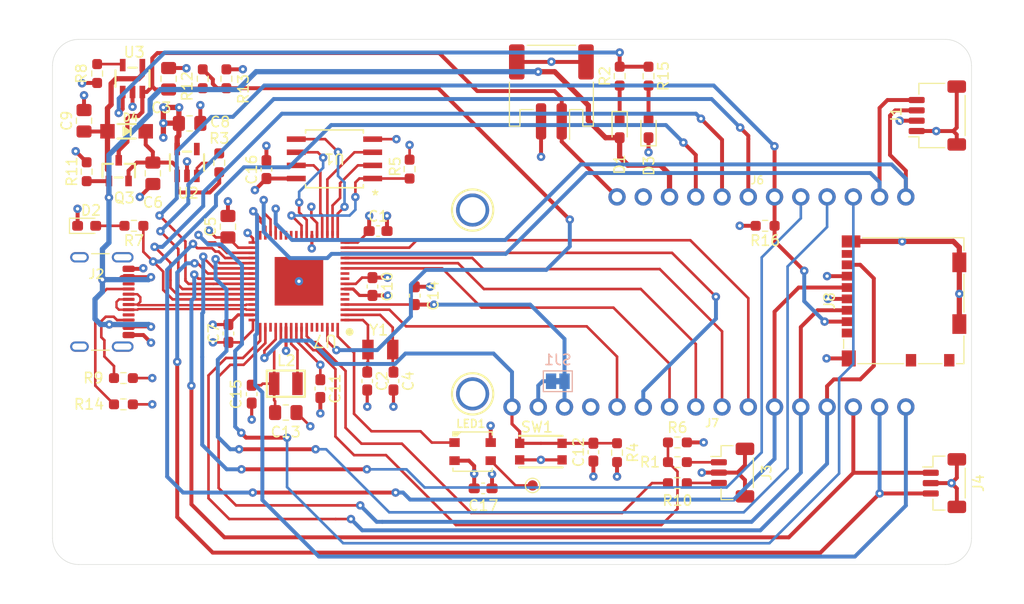
<source format=kicad_pcb>
(kicad_pcb (version 20241229) (generator "pcbnew") (generator_version "9.0")
  (layers (0 "F.Cu" signal) (4 "In1.Cu" signal) (6 "In2.Cu" signal) (2 "B.Cu" signal) (13 "F.Paste" user) (15 "B.Paste" user) (5 "F.SilkS" user "F.Silkscreen") (7 "B.SilkS" user "B.Silkscreen") (1 "F.Mask" user) (3 "B.Mask" user) (25 "Edge.Cuts" user))
  (net 0 "")
  (net 1 "GND")
  (net 2 "/QSPI_DATA[3]")
  (net 3 "/QSPI_DATA[1]")
  (net 4 "/QSPI_DATA[2]")
  (net 5 "/QSPI_DATA[0]")
  (net 6 "/QSPI_CS")
  (net 7 "/QSPI_SCK")
  (net 8 "/SWDIO")
  (net 9 "VBUS")
  (net 10 "VBATT")
  (net 11 "/EN")
  (net 13 "Net-(U3-PROG)")
  (net 14 "Net-(D3-A)")
  (net 15 "/AREF")
  (net 16 "/V_DIV")
  (net 17 "/A0")
  (net 20 "/SCL")
  (net 21 "/~{RESET}")
  (net 22 "/MOSI")
  (net 24 "Net-(U7B-VSW)")
  (net 26 "/D11")
  (net 27 "/D9")
  (net 28 "/D13")
  (net 29 "/D4")
  (net 30 "/SCK")
  (net 31 "Net-(U7B-VDDCORE)")
  (net 32 "/D8_NEOPIX")
  (net 34 "/MISO")
  (net 35 "/A1")
  (net 36 "/SDA")
  (net 37 "/A2")
  (net 39 "/D10")
  (net 44 "/RX_D0")
  (net 46 "/A4")
  (net 47 "/TX_D1")
  (net 48 "/A5")
  (net 49 "/D6")
  (net 50 "/A3")
  (net 51 "/D5")
  (net 53 "/D12")
  (net 55 "/SWCLK")
  (net 57 "Net-(D1-K)")
  (net 58 "Net-(D2-A)")
  (net 59 "/CRYSTAL_2")
  (net 60 "/CRYSTAL_1")
  (net 61 "+3.3V")
  (net 66 "/MCU_SWDIO")
  (net 67 "/MCU_SWCLK")
  (net 68 "/USB_D-")
  (net 69 "/USB_D+")
  (net 70 "/LDO_INPUT")
  (net 71 "/LDO_ENABLE")
  (net 72 "/USB_CC2")
  (net 73 "/USB_CC1")
  (net 74 "Net-(LED1-DO)")
  (net 75 "Net-(U3-STAT)")
  (footprint "Resistor_SMD:R_0603_1608Metric_Pad0.98x0.95mm_HandSolder" (layer "F.Cu") (at 182.372 120.904)
    (property "Reference" "R1")
    (property "Value" "100")
  )
  (footprint "Adafruit Feather M4 Express:SOD-123" (layer "F.Cu") (at 129.087 88.9 180)
    (property "Reference" "D4")
    (property "Value" "MBR120VLSF")
  )
  (footprint "Capacitor_SMD:C_0805_2012Metric_Pad1.18x1.45mm_HandSolder" (layer "F.Cu") (at 124.968 87.884 90)
    (property "Reference" "C9")
    (property "Value" "10uF")
  )
  (footprint "Resistor_SMD:R_0603_1608Metric_Pad0.98x0.95mm_HandSolder" (layer "F.Cu") (at 129.794 98.044 180)
    (property "Reference" "R7")
    (property "Value" "2.2K")
  )
  (footprint "Capacitor_SMD:C_0805_2012Metric_Pad1.18x1.45mm_HandSolder" (layer "F.Cu") (at 131.627 92.964 -90)
    (property "Reference" "C6")
    (property "Value" "10uF")
  )
  (footprint "Adafruit Feather M4 Express:UNPLATED_HOLE_100MIL" (layer "F.Cu") (at 208.28 114.3)
    (property "Reference" "H4" (hide yes))
    (property "Value" "MountingHole")
  )
  (footprint "Adafruit Feather M4 Express:XTAL3215" (layer "F.Cu") (at 153.634 110.014)
    (property "Reference" "Y1")
    (property "Value" "32.768 kHz")
  )
  (footprint "Capacitor_SMD:C_0603_1608Metric_Pad1.08x0.95mm_HandSolder" (layer "F.Cu") (at 147.828 113.792 -90)
    (property "Reference" "C11")
    (property "Value" "1uF")
  )
  (footprint "Connector_JST:JST_SH_BM03B-SRSS-TB_1x03-1MP_P1.00mm_Vertical" (layer "F.Cu") (at 187.706 121.92 -90)
    (property "Reference" "J3")
    (property "Value" "JST_SH3")
  )
  (footprint "Capacitor_SMD:C_0603_1608Metric_Pad1.08x0.95mm_HandSolder" (layer "F.Cu") (at 154.904 113.062 -90)
    (property "Reference" "C4")
    (property "Value" "22pF")
  )
  (footprint "Resistor_SMD:R_0603_1608Metric_Pad0.98x0.95mm_HandSolder" (layer "F.Cu") (at 128.778 115.316)
    (property "Reference" "R14")
    (property "Value" "5.1K")
  )
  (footprint "Adafruit Feather M4 Express:INDUCTOR_1007" (layer "F.Cu") (at 144.49 113.316)
    (property "Reference" "L2")
    (property "Value" "10µH")
  )
  (footprint "Capacitor_SMD:C_0603_1608Metric_Pad1.08x0.95mm_HandSolder" (layer "F.Cu") (at 152.872 103.918 -90)
    (property "Reference" "C10")
    (property "Value" "1uF")
  )
  (footprint "Capacitor_SMD:C_0603_1608Metric_Pad1.08x0.95mm_HandSolder" (layer "F.Cu") (at 174.244 119.9388 90)
    (property "Reference" "C12")
    (property "Value" "1uF")
  )
  (footprint "Diode_SMD:D_0603_1608Metric_Pad1.05x0.95mm_HandSolder" (layer "F.Cu") (at 179.578 88.646 90)
    (property "Reference" "D3")
    (property "Value" "GREEN")
  )
  (footprint "Adafruit Feather M4 Express:SOT23-5" (layer "F.Cu") (at 129.661 83.798)
    (property "Reference" "U3")
    (property "Value" "MCP73831T-2ACI/OT")
  )
  (footprint "Capacitor_SMD:C_0805_2012Metric_Pad1.18x1.45mm_HandSolder" (layer "F.Cu") (at 135.183 88.138)
    (property "Reference" "C8")
    (property "Value" "10uF")
  )
  (footprint "Capacitor_SMD:C_0603_1608Metric_Pad1.08x0.95mm_HandSolder" (layer "F.Cu") (at 141.188 114.332 -90)
    (property "Reference" "C15")
    (property "Value" "1uF")
  )
  (footprint "Resistor_SMD:R_0603_1608Metric_Pad0.98x0.95mm_HandSolder" (layer "F.Cu") (at 128.778 112.776)
    (property "Reference" "R9")
    (property "Value" "5.1K")
  )
  (footprint "Resistor_SMD:R_0603_1608Metric_Pad0.98x0.95mm_HandSolder" (layer "F.Cu") (at 126.238 83.312 -90)
    (property "Reference" "R8")
    (property "Value" "10K")
  )
  (footprint "Capacitor_SMD:C_0805_2012Metric_Pad1.18x1.45mm_HandSolder" (layer "F.Cu") (at 144.49 116.11)
    (property "Reference" "C13")
    (property "Value" "10uF")
  )
  (footprint "Capacitor_SMD:C_0603_1608Metric_Pad1.08x0.95mm_HandSolder" (layer "F.Cu") (at 163.576 123.444)
    (property "Reference" "C17")
    (property "Value" "1uF")
  )
  (footprint "Capacitor_SMD:C_0805_2012Metric_Pad1.18x1.45mm_HandSolder" (layer "F.Cu") (at 138.89 98.13 90)
    (property "Reference" "C5")
    (property "Value" "10uF")
  )
  (footprint "Capacitor_SMD:C_0603_1608Metric_Pad1.08x0.95mm_HandSolder" (layer "F.Cu") (at 138.938 108.458 90)
    (property "Reference" "C7")
    (property "Value" "1uF")
  )
  (footprint "Connector_JST:JST_PH_S2B-PH-SM4-TB_1x02-1MP_P2.00mm_Horizontal" (layer "F.Cu") (at 170.18 85.09 180)
    (property "Reference" "J5" (hide yes))
    (property "Value" "JST_PH2")
  )
  (footprint "Adafruit Feather M4 Express:LED3535" (layer "F.Cu") (at 162.56 119.888)
    (property "Reference" "LED1")
    (property "Value" "WS2812B3535")
  )
  (footprint "Capacitor_SMD:C_0805_2012Metric_Pad1.18x1.45mm_HandSolder" (layer "F.Cu") (at 133.151 83.82 90)
    (property "Reference" "C3")
    (property "Value" "10uF")
  )
  (footprint "Adafruit Feather M4 Express:1X16_ROUND" (layer "F.Cu") (at 185.42 115.57 180)
    (property "Reference" "J7")
    (property "Value" "Conn_01x16" (hide yes))
  )
  (footprint "Resistor_SMD:R_0603_1608Metric_Pad0.98x0.95mm_HandSolder" (layer "F.Cu") (at 138.049 91.948 -90)
    (property "Reference" "R3")
    (property "Value" "10K")
  )
  (footprint "Adafruit Feather M4 Express:UNPLATED_HOLE_100MIL" (layer "F.Cu") (at 208.28 96.52)
    (property "Reference" "H3" (hide yes))
    (property "Value" "MountingHole")
  )
  (footprint "Adafruit Feather M4 Express:SOT23-R" (layer "F.Cu") (at 128.325 92.71)
    (property "Reference" "Q3")
    (property "Value" "DMP2045U")
  )
  (footprint "Connector_USB:USB_C_Receptacle_GCT_USB4105-xx-A_16P_TopMnt_Horizontal" (layer "F.Cu") (at 125.603 105.41 -90)
    (property "Reference" "J2")
    (property "Value" "USB_C_Receptacle_USB2.0_16P")
  )
  (footprint "Weather_Feather:MOUNTINGHOLE_2.5_PLATED" (layer "F.Cu") (at 162.56 114.3 -90)
    (property "Reference" "H2" (hide yes))
    (property "Value" "MountingHole_Pad")
  )
  (footprint "Connector_Card:microSD_HC_Molex_104031-0811" (layer "F.Cu") (at 204.27 105.31 90)
    (property "Reference" "J8")
    (property "Value" "Micro_SD_Card_Det2")
  )
  (footprint "Resistor_SMD:R_0603_1608Metric_Pad0.98x0.95mm_HandSolder" (layer "F.Cu") (at 136.453 83.82 90)
    (property "Reference" "R12")
    (property "Value" "100K 1%")
  )
  (footprint "W25Q128JVSIQ:SOIC_128JVSIQ_WIN-M" (layer "F.Cu") (at 149.1957 91.565 180)
    (property "Reference" "U1")
    (property "Value" "W25Q128JVSIQ")
  )
  (footprint "TestPoint:TestPoint_Pad_D1.0mm" (layer "F.Cu") (at 168.36 123.16)
    (property "Reference" "TP1" (hide yes))
    (property "Value" "TestPoint")
  )
  (footprint "Adafruit Feather M4 Express:1X12_ROUND" (layer "F.Cu") (at 190.5 95.25)
    (property "Reference" "J6")
    (property "Value" "Conn_01x12")
  )
  (footprint "Connector_JST:JST_SH_SM04B-SRSS-TB_1x04-1MP_P1.00mm_Horizontal" (layer "F.Cu") (at 207.518 87.376 90)
    (property "Reference" "J1")
    (property "Value" "JST_SH4")
  )
  (footprint "Capacitor_SMD:C_0603_1608Metric_Pad1.08x0.95mm_HandSolder" (layer "F.Cu") (at 152.364 113.062 -90)
    (property "Reference" "C2")
    (property "Value" "22pF")
  )
  (footprint "Resistor_SMD:R_0603_1608Metric_Pad0.98x0.95mm_HandSolder" (layer "F.Cu") (at 138.739 83.82 90)
    (property "Reference" "R13")
    (property "Value" "100K 1%")
  )
  (footprint "Resistor_SMD:R_0603_1608Metric_Pad0.98x0.95mm_HandSolder" (layer "F.Cu") (at 156.464 92.5576 90)
    (property "Reference" "R5")
    (property "Value" "10K")
  )
  (footprint "LED_SMD:LED_0603_1608Metric_Pad1.05x0.95mm_HandSolder" (layer "F.Cu") (at 125.222 98.044)
    (property "Reference" "D2")
    (property "Value" "RED")
  )
  (footprint "Diode_SMD:D_0603_1608Metric_Pad1.05x0.95mm_HandSolder" (layer "F.Cu") (at 176.784 88.646 -90)
    (property "Reference" "D1")
    (property "Value" "ORANGE")
  )
  (footprint "Adafruit Feather M4 Express:PQFN64-1_Modified" (layer "F.Cu") (at 145.76 103.41 180)
    (property "Reference" "U7")
    (property "Value" "ATSAMD51J19A-MUT")
  )
  (footprint "Capacitor_SMD:C_0603_1608Metric_Pad1.08x0.95mm_HandSolder" (layer "F.Cu") (at 156.972 104.8015 90)
    (property "Reference" "C14")
    (property "Value" "1uF")
  )
  (footprint "Resistor_SMD:R_0603_1608Metric_Pad0.98x0.95mm_HandSolder" (layer "F.Cu") (at 190.8575 98.044 180)
    (property "Reference" "R16")
    (property "Value" "10K")
  )
  (footprint "Resistor_SMD:R_0603_1608Metric_Pad0.98x0.95mm_HandSolder" (layer "F.Cu") (at 179.578 83.566 -90)
    (property "Reference" "R15")
    (property "Value" "1K")
  )
  (footprint "Capacitor_SMD:C_0603_1608Metric_Pad1.08x0.95mm_HandSolder" (layer "F.Cu") (at 153.416 98.552)
    (property "Reference" "C1")
    (property "Value" "1uF")
  )
  (footprint "Resistor_SMD:R_0603_1608Metric_Pad0.98x0.95mm_HandSolder" (layer "F.Cu") (at 176.784 83.566 90)
    (property "Reference" "R2")
    (property "Value" "1K")
  )
  (footprint "Resistor_SMD:R_0603_1608Metric_Pad0.98x0.95mm_HandSolder" (layer "F.Cu") (at 125.222 92.8116 90)
    (property "Reference" "R11")
    (property "Value" "100K 1%")
  )
  (footprint "Adafruit Feather M4 Express:BTN_KMR2_4.6X2.8" (layer "F.Cu") (at 169.164 119.888)
    (property "Reference" "SW1")
    (property "Value" "KMR2" (hide yes))
  )
  (footprint "Resistor_SMD:R_0603_1608Metric_Pad0.98x0.95mm_HandSolder" (layer "F.Cu") (at 176.53 119.9896 90)
    (property "Reference" "R4")
    (property "Value" "10K")
  )
  (footprint "Weather_Feather:MOUNTINGHOLE_2.5_PLATED" (layer "F.Cu") (at 162.56 96.52 -90)
    (property "Reference" "H1" (hide yes))
    (property "Value" "MountingHole_Pad")
  )
  (footprint "Capacitor_SMD:C_0603_1608Metric_Pad1.08x0.95mm_HandSolder" (layer "F.Cu") (at 142.6137 92.609 90)
    (property "Reference" "C16")
    (property "Value" "1uF")
  )
  (footprint "Resistor_SMD:R_0603_1608Metric_Pad0.98x0.95mm_HandSolder" (layer "F.Cu") (at 182.372 118.999)
    (property "Reference" "R6")
    (property "Value" "10K")
  )
  (footprint "Resistor_SMD:R_0603_1608Metric_Pad0.98x0.95mm_HandSolder" (layer "F.Cu") (at 182.372 122.936)
    (property "Reference" "R10")
    (property "Value" "100")
  )
  (footprint "Adafruit Feather M4 Express:SOT23-5" (layer "F.Cu") (at 134.929 91.9179)
    (property "Reference" "U2")
    (property "Value" "AP2112-3.3")
  )
  (footprint "Connector_JST:JST_SH_BM03B-SRSS-TB_1x03-1MP_P1.00mm_Vertical" (layer "F.Cu") (at 208.2038 122.936 -90)
    (property "Reference" "J4")
    (property "Value" "JST_SH3")
  )
  (footprint "Jumper:SolderJumper-2_P1.3mm_Bridged_Pad1.0x1.5mm" (layer "B.Cu") (at 170.8 113.08 180)
    (property "Reference" "SJ1")
    (property "Value" "Jumper_2_Bridged")
  )
  (gr_line (start 124.46 130.81) (end 208.28 130.81) (stroke (width 0.05)) (layer "Edge.Cuts"))
  (gr_arc (start 124.46 130.81) (mid 122.663949 130.066051) (end 121.92 128.27) (stroke (width 0.05)) (layer "Edge.Cuts"))
  (gr_arc (start 121.92 82.55) (mid 122.663949 80.753949) (end 124.46 80.01) (stroke (width 0.05)) (layer "Edge.Cuts"))
  (gr_arc (start 208.28 80.01) (mid 210.076051 80.753949) (end 210.82 82.55) (stroke (width 0.05)) (layer "Edge.Cuts"))
  (gr_arc (start 210.82 128.27) (mid 210.076051 130.066051) (end 208.28 130.81) (stroke (width 0.05)) (layer "Edge.Cuts"))
  (gr_line (start 121.92 82.55) (end 121.92 128.27) (stroke (width 0.05)) (layer "Edge.Cuts"))
  (gr_line (start 208.28 80.01) (end 124.46 80.01) (stroke (width 0.05)) (layer "Edge.Cuts"))
  (gr_line (start 210.82 128.27) (end 210.82 82.55) (stroke (width 0.05)) (layer "Edge.Cuts"))
  (segment (start 206.8788 122.936) (end 208.8896 122.936) (width 0.381) (layer "F.Cu") (net 1))
  (segment (start 129.661 85.0981) (end 129.661 86.528) (width 0.381) (layer "F.Cu") (net 1))
  (segment (start 124.968 85.422) (end 124.97 85.42) (width 0.381) (layer "F.Cu") (net 1))
  (segment (start 134.929 93.218) (end 134.929 91.821) (width 0.381) (layer "F.Cu") (net 1))
  (segment (start 152.9207 89.662) (end 155.188 89.662) (width 0.254) (layer "F.Cu") (net 1))
  (segment (start 141.188 115.1945) (end 141.188 116.788) (width 0.3048) (layer "F.Cu") (net 1))
  (segment (start 141.31 99.25) (end 140.79 98.73) (width 0.254) (layer "F.Cu") (net 1))
  (segment (start 129.283 108.61) (end 130.708 108.61) (width 0.381) (layer "F.Cu") (net 1))
  (segment (start 186.381 121.92) (end 188.19 121.92) (width 0.381) (layer "F.Cu") (net 1))
  (segment (start 142.6137 91.7465) (end 142.6137 90.3037) (width 0.381) (layer "F.Cu") (net 1))
  (segment (start 166.83 82.19) (end 170.159 82.19) (width 0.381) (layer "F.Cu") (net 1))
  (segment (start 209.4038 123.4502) (end 208.8896 122.936) (width 0.381) (layer "F.Cu") (net 1))
  (segment (start 154.3605 104.7805) (end 154.37 104.79) (width 0.381) (layer "F.Cu") (net 1))
  (segment (start 145.53 116.11) (end 146.86 117.44) (width 0.254) (layer "F.Cu") (net 1))
  (segment (start 151 104.16) (end 151.6205 104.7805) (width 0.3048) (layer "F.Cu") (net 1))
  (segment (start 198.82 102.915) (end 196.855 102.915) (width 0.381) (layer "F.Cu") (net 1))
  (segment (start 174.244 120.8013) (end 174.244 122.301) (width 0.381) (layer "F.Cu") (net 1))
  (segment (start 147.01 100.22) (end 147 100.23) (width 0.3048) (layer "F.Cu") (net 1))
  (segment (start 158.4275 103.939) (end 158.434 103.9455) (width 0.381) (layer "F.Cu") (net 1))
  (segment (start 205.518 88.876) (end 207.406 88.876) (width 0.381) (layer "F.Cu") (net 1))
  (segment (start 209.06 88.88) (end 207.41 88.88) (width 0.381) (layer "F.Cu") (net 1))
  (segment (start 186.381 121.92) (end 184.73 121.92) (width 0.381) (layer "F.Cu") (net 1))
  (segment (start 196.8032 110.875) (end 196.7992 110.871) (width 0.381) (layer "F.Cu") (net 1))
  (segment (start 164.4385 123.444) (end 164.4385 122.0715) (width 0.381) (layer "F.Cu") (net 1))
  (segment (start 141.188 116.788) (end 141.19 116.79) (width 0.3048) (layer "F.Cu") (net 1))
  (segment (start 147.828 114.6545) (end 147.828 116.188) (width 0.381) (layer "F.Cu") (net 1))
  (segment (start 147.01 98.96) (end 147.01 100.22) (width 0.3048) (layer "F.Cu") (net 1))
  (segment (start 164.31 119.013) (end 164.31 117.39) (width 0.381) (layer "F.Cu") (net 1))
  (segment (start 152.872 104.7805) (end 154.3605 104.7805) (width 0.381) (layer "F.Cu") (net 1))
  (segment (start 164.4385 122.0715) (end 164.44 122.07) (width 0.381) (layer "F.Cu") (net 1))
  (segment (start 142.6137 90.3037) (end 142.61 90.3) (width 0.381) (layer "F.Cu") (net 1))
  (segment (start 154.904 113.9245) (end 154.904 115.536) (width 0.3048) (layer "F.Cu") (net 1))
  (segment (start 141.31 106.66) (end 139.8735 106.66) (width 0.3048) (layer "F.Cu") (net 1))
  (segment (start 152.364 113.9245) (end 152.364 115.534) (width 0.3048) (layer "F.Cu") (net 1))
  (segment (start 207.406 88.876) (end 207.41 88.88) (width 0.381) (layer "F.Cu") (net 1))
  (segment (start 138.938 107.5955) (end 137.4245 107.5955) (width 0.3048) (layer "F.Cu") (net 1))
  (segment (start 134.929 91.821) (end 134.93 91.82) (width 0.381) (layer "F.Cu") (net 1))
  (segment (start 141.31 99.66) (end 141.31 99.25) (width 0.254) (layer "F.Cu") (net 1))
  (segment (start 188.19 121.92) (end 188.906 121.204) (width 0.381) (layer "F.Cu") (net 1))
  (segment (start 209.645 100.135) (end 209.645 101.58) (width 0.508) (layer "F.Cu") (net 1))
  (segment (start 164.31 117.39) (end 164.3 117.38) (width 0.381) (layer "F.Cu") (net 1))
  (segment (start 155.188 89.662) (end 155.19 89.66) (width 0.254) (layer "F.Cu") (net 1))
  (segment (start 131.627 94.0015) (end 131.6185 94.0015) (width 0.381) (layer "F.Cu") (net 1))
  (segment (start 209.4038 122.4218) (end 208.8896 122.936) (width 0.381) (layer "F.Cu") (net 1))
  (segment (start 139.8735 106.66) (end 138.938 107.5955) (width 0.3048) (layer "F.Cu") (net 1))
  (segment (start 209.393 84.576) (end 209.393 88.547) (width 0.381) (layer "F.Cu") (net 1))
  (segment (start 125.222 91.8991) (end 125.222 91.892) (width 0.381) (layer "F.Cu") (net 1))
  (segment (start 130.708 108.61) (end 131.445 109.347) (width 0.381) (layer "F.Cu") (net 1))
  (segment (start 209.393 89.213) (end 209.06 88.88) (width 0.381) (layer "F.Cu") (net 1))
  (segment (start 209.645 104.6226) (end 209.645 101.58) (width 0.508) (layer "F.Cu") (net 1))
  (segment (start 167.114 120.688) (end 169.164 120.688) (width 0.3048) (layer "F.Cu") (net 1))
  (segment (start 170.159 82.19) (end 170.18 82.169) (width 0.381) (layer "F.Cu") (net 1))
  (segment (start 124.347 98.044) (end 124.347 96.407) (width 0.381) (layer "F.Cu") (net 1))
  (segment (start 124.968 86.8465) (end 124.968 85.422) (width 0.381) (layer "F.Cu") (net 1))
  (segment (start 209.393 90.176) (end 209.393 89.213) (width 0.381) (layer "F.Cu") (net 1))
  (segment (start 124.347 96.407) (end 124.34 96.4) (width 0.381) (layer "F.Cu") (net 1))
  (segment (start 179.578 89.521) (end 179.578 90.932) (width 0.381) (layer "F.Cu") (net 1))
  (segment (start 199.17 99.555) (end 204.1144 99.555) (width 0.508) (layer "F.Cu") (net 1))
  (segment (start 173.53 82.19) (end 170.201 82.19) (width 0.381) (layer "F.Cu") (net 1))
  (segment (start 198.945 110.875) (end 196.8032 110.875) (width 0.381) (layer "F.Cu") (net 1))
  (segment (start 188.906 121.204) (end 188.906 119.62) (width 0.381) (layer "F.Cu") (net 1))
  (segment (start 151.6205 104.7805) (end 152.872 104.7805) (width 0.3048) (layer "F.Cu") (net 1))
  (segment (start 169.18 87.94) (end 169.18 91.37) (width 0.381) (layer "F.Cu") (net 1))
  (segment (start 188.906 124.22) (end 188.906 122.636) (width 0.381) (layer "F.Cu") (net 1))
  (segment (start 131.6185 94.0015) (end 130.37 95.25) (width 0.381) (layer "F.Cu") (net 1))
  (segment (start 140.69 98.63) (end 140.79 98.73) (width 0.3048) (layer "F.Cu") (net 1))
  (segment (start 126.238 84.2245) (end 124.8055 84.2245) (width 0.381) (layer "F.Cu") (net 1))
  (segment (start 209.4038 125.236) (end 209.4038 123.4502) (width 0.381) (layer "F.Cu") (net 1))
  (segment (start 140.3255 82.9075) (end 140.333 82.9) (width 0.381) (layer "F.Cu") (net 1))
  (segment (start 154.2785 98.552) (end 154.2785 97.0799) (width 0.381) (layer "F.Cu") (net 1))
  (segment (start 169.164 120.688) (end 171.214 120.688) (width 0.3048) (layer "F.Cu") (net 1))
  (segment (start 209.393 88.547) (end 209.06 88.88) (width 0.381) (layer "F.Cu") (net 1))
  (segment (start 156.972 103.939) (end 158.4275 103.939) (width 0.381) (layer "F.Cu") (net 1))
  (segment (start 136.2205 88.138) (end 136.2205 86.3705) (width 0.381) (layer "F.Cu") (net 1))
  (segment (start 145.5275 116.11) (end 145.53 116.11) (width 0.254) (layer "F.Cu") (net 1))
  (segment (start 154.2785 97.0799) (end 154.2796 97.0788) (width 0.381) (layer "F.Cu") (net 1))
  (segment (start 188.906 122.636) (end 188.19 121.92) (width 0.381) (layer "F.Cu") (net 1))
  (segment (start 150.21 104.16) (end 151 104.16) (width 0.3048) (layer "F.Cu") (net 1))
  (segment (start 170.201 82.19) (end 170.18 82.169) (width 0.381) (layer "F.Cu") (net 1))
  (segment (start 196.855 102.915) (end 196.85 102.91) (width 0.381) (layer "F.Cu") (net 1))
  (segment (start 209.065 99.555) (end 209.645 100.135) (width 0.508) (layer "F.Cu") (net 1))
  (segment (start 204.1144 99.555) (end 209.065 99.555) (width 0.508) (layer "F.Cu") (net 1))
  (segment (start 147.828 116.188) (end 147.83 116.19) (width 0.381) (layer "F.Cu") (net 1))
  (segment (start 138.89 97.0925) (end 138.89 95.68) (width 0.381) (layer "F.Cu") (net 1))
  (segment (start 130.64 102.21) (end 130.7 102.15) (width 0.381) (layer "F.Cu") (net 1))
  (segment (start 209.4038 120.636) (end 209.4038 122.4218) (width 0.381) (layer "F.Cu") (net 1))
  (segment (start 138.739 82.9075) (end 140.3255 82.9075) (width 0.381) (layer "F.Cu") (net 1))
  (segment (start 129.661 86.528) (end 129.663 86.53) (width 0.381) (layer "F.Cu") (net 1))
  (segment (start 134.8525 82.7825) (end 134.874 82.804) (width 0.381) (layer "F.Cu") (net 1))
  (segment (start 129.283 102.21) (end 130.64 102.21) (width 0.381) (layer "F.Cu") (net 1))
  (segment (start 136.2205 86.3705) (end 136.22 86.37) (width 0.381) (layer "F.Cu") (net 1))
  (segment (start 124.8055 84.2245) (end 124.78 84.25) (width 0.381) (layer "F.Cu") (net 1))
  (segment (start 129.6905 115.316) (end 131.572 115.316) (width 0.254) (layer "F.Cu") (net 1))
  (segment (start 133.151 82.7825) (end 134.8525 82.7825) (width 0.381) (layer "F.Cu") (net 1))
  (segment (start 129.6905 112.776) (end 131.572 112.776) (width 0.254) (layer "F.Cu") (net 1))
  (segment (start 209.645 107.55) (end 209.645 104.6226) (width 0.508) (layer "F.Cu") (net 1))
  (segment (start 154.904 115.536) (end 154.9 115.54) (width 0.3048) (layer "F.Cu") (net 1))
  (segment (start 152.364 115.534) (end 152.37 115.54) (width 0.3048) (layer "F.Cu") (net 1))
  (segment (start 144.51 107.86) (end 144.51 110.14) (width 0.3048) (layer "F.Cu") (net 1))
  (segment (start 137.4245 107.5955) (end 137.42 107.6) (width 0.3048) (layer "F.Cu") (net 1))
  (segment (start 125.222 91.892) (end 124.16 90.83) (width 0.381) (layer "F.Cu") (net 1))
  (via (at 146.86 117.44) (size 0.8128) (drill 0.3302) (layers "F.Cu" "B.Cu") (net 1))
  (via (at 134.93 91.82) (size 0.8128) (drill 0.3302) (layers "F.Cu" "B.Cu") (net 1))
  (via (at 130.37 95.25) (size 0.8128) (drill 0.3302) (layers "F.Cu" "B.Cu") (net 1))
  (via (at 124.78 84.25) (size 0.8128) (drill 0.3302) (layers "F.Cu" "B.Cu") (net 1))
  (via (at 124.97 85.42) (size 0.8128) (drill 0.3302) (layers "F.Cu" "B.Cu") (net 1))
  (via (at 134.874 82.804) (size 0.8128) (drill 0.3302) (layers "F.Cu" "B.Cu") (net 1))
  (via (at 196.85 102.91) (size 0.8128) (drill 0.3302) (layers "F.Cu" "B.Cu") (net 1))
  (via (at 144.51 110.14) (size 0.8128) (drill 0.3302) (layers "F.Cu" "B.Cu") (net 1))
  (via (at 204.1144 99.555) (size 0.8128) (drill 0.3302) (layers "F.Cu" "B.Cu") (net 1))
  (via (at 158.434 103.9455) (size 0.8128) (drill 0.3302) (layers "F.Cu" "B.Cu") (net 1))
  (via (at 164.3 117.38) (size 0.8128) (drill 0.3302) (layers "F.Cu" "B.Cu") (net 1))
  (via (at 124.34 96.4) (size 0.8128) (drill 0.3302) (layers "F.Cu" "B.Cu") (net 1))
  (via (at 131.445 109.347) (size 0.8128) (drill 0.3302) (layers "F.Cu" "B.Cu") (net 1))
  (via (at 208.8896 122.936) (size 0.8128) (drill 0.3302) (layers "F.Cu" "B.Cu") (net 1))
  (via (at 184.73 121.92) (size 0.8128) (drill 0.3302) (layers "F.Cu" "B.Cu") (net 1))
  (via (at 129.663 86.53) (size 0.8128) (drill 0.3302) (layers "F.Cu" "B.Cu") (net 1))
  (via (at 170.18 82.169) (size 0.8128) (drill 0.3302) (layers "F.Cu" "B.Cu") (net 1))
  (via (at 145.76 103.41) (size 0.8128) (drill 0.3302) (layers "F.Cu" "B.Cu") (net 1))
  (via (at 154.37 104.79) (size 0.8128) (drill 0.3302) (layers "F.Cu" "B.Cu") (net 1))
  (via (at 209.645 104.6226) (size 0.8128) (drill 0.3302) (layers "F.Cu" "B.Cu") (net 1))
  (via (at 140.333 82.9) (size 0.8128) (drill 0.3302) (layers "F.Cu" "B.Cu") (net 1))
  (via (at 130.7 102.15) (size 0.8128) (drill 0.3302) (layers "F.Cu" "B.Cu") (net 1))
  (via (at 164.44 122.07) (size 0.8128) (drill 0.3302) (layers "F.Cu" "B.Cu") (net 1))
  (via (at 147 100.23) (size 0.8128) (drill 0.3302) (layers "F.Cu" "B.Cu") (net 1))
  (via (at 124.16 90.83) (size 0.8128) (drill 0.3302) (layers "F.Cu" "B.Cu") (net 1))
  (via (at 154.9 115.54) (size 0.8128) (drill 0.3302) (layers "F.Cu" "B.Cu") (net 1))
  (via (at 154.2796 97.0788) (size 0.8128) (drill 0.3302) (layers "F.Cu" "B.Cu") (net 1))
  (via (at 207.41 88.88) (size 0.8128) (drill 0.3302) (layers "F.Cu" "B.Cu") (net 1))
  (via (at 131.572 112.776) (size 0.8128) (drill 0.3302) (layers "F.Cu" "B.Cu") (net 1))
  (via (at 136.22 86.37) (size 0.8128) (drill 0.3302) (layers "F.Cu" "B.Cu") (net 1))
  (via (at 141.19 116.79) (size 0.8128) (drill 0.3302) (layers "F.Cu" "B.Cu") (net 1))
  (via (at 196.7992 110.871) (size 0.8128) (drill 0.3302) (layers "F.Cu" "B.Cu") (net 1))
  (via (at 142.61 90.3) (size 0.8128) (drill 0.3302) (layers "F.Cu" "B.Cu") (net 1))
  (via (at 155.19 89.66) (size 0.8128) (drill 0.3302) (layers "F.Cu" "B.Cu") (net 1))
  (via (at 131.572 115.316) (size 0.8128) (drill 0.3302) (layers "F.Cu" "B.Cu") (net 1))
  (via (at 138.89 95.68) (size 0.8128) (drill 0.3302) (layers "F.Cu" "B.Cu") (net 1))
  (via (at 169.18 91.37) (size 0.8128) (drill 0.3302) (layers "F.Cu" "B.Cu") (net 1))
  (via (at 147.83 116.19) (size 0.8128) (drill 0.3302) (layers "F.Cu" "B.Cu") (net 1))
  (via (at 174.244 122.301) (size 0.8128) (drill 0.3302) (layers "F.Cu" "B.Cu") (net 1))
  (via (at 169.164 120.688) (size 0.8128) (drill 0.3302) (layers "F.Cu" "B.Cu") (net 1))
  (via (at 137.42 107.6) (size 0.8128) (drill 0.3302) (layers "F.Cu" "B.Cu") (net 1))
  (via (at 179.578 90.932) (size 0.8128) (drill 0.3302) (layers "F.Cu" "B.Cu") (net 1))
  (via (at 140.79 98.73) (size 0.8128) (drill 0.3302) (layers "F.Cu" "B.Cu") (net 1))
  (via (at 152.37 115.54) (size 0.8128) (drill 0.3302) (layers "F.Cu" "B.Cu") (net 1))
  (segment (start 147.83 92.85) (end 147.18 92.2) (width 0.254) (layer "F.Cu") (net 2))
  (segment (start 148.01 97.03) (end 147.83 96.85) (width 0.254) (layer "F.Cu") (net 2))
  (segment (start 148.01 98.96) (end 148.01 97.03) (width 0.254) (layer "F.Cu") (net 2))
  (segment (start 147.18 92.2) (end 145.5 92.2) (width 0.254) (layer "F.Cu") (net 2))
  (segment (start 147.83 96.85) (end 147.83 92.85) (width 0.254) (layer "F.Cu") (net 2))
  (segment (start 149.01 98.96) (end 149.01 96.08) (width 0.254) (layer "F.Cu") (net 3))
  (segment (start 151.46 92.2) (end 152.8914 92.2) (width 0.254) (layer "F.Cu") (net 3))
  (segment (start 149.74 95.35) (end 149.74 93.92) (width 0.254) (layer "F.Cu") (net 3))
  (segment (start 149.01 96.08) (end 149.74 95.35) (width 0.254) (layer "F.Cu") (net 3))
  (segment (start 149.74 93.92) (end 151.46 92.2) (width 0.254) (layer "F.Cu") (net 3))
  (segment (start 148.51 93.55) (end 151.13 90.93) (width 0.254) (layer "F.Cu") (net 4))
  (segment (start 151.13 90.93) (end 152.8914 90.93) (width 0.254) (layer "F.Cu") (net 4))
  (segment (start 148.51 98.96) (end 148.51 93.55) (width 0.254) (layer "F.Cu") (net 4))
  (segment (start 148.3 89.66) (end 145.5 89.66) (width 0.254) (layer "F.Cu") (net 5))
  (segment (start 149.51 98.96) (end 149.51 96.87) (width 0.254) (layer "F.Cu") (net 5))
  (segment (start 149.51 96.87) (end 150.17 96.21) (width 0.254) (layer "F.Cu") (net 5))
  (segment (start 149.54 90.9) (end 148.3 89.66) (width 0.254) (layer "F.Cu") (net 5))
  (via (at 150.17 96.21) (size 0.8128) (drill 0.3302) (layers "F.Cu" "B.Cu") (net 5))
  (via (at 149.54 90.9) (size 0.8128) (drill 0.3302) (layers "F.Cu" "B.Cu") (net 5))
  (segment (start 149.54 93.22) (end 149.54 90.9) (width 0.254) (layer "B.Cu") (net 5))
  (segment (start 150.17 93.85) (end 149.54 93.22) (width 0.254) (layer "B.Cu") (net 5))
  (segment (start 150.17 96.21) (end 150.17 93.85) (width 0.254) (layer "B.Cu") (net 5))
  (segment (start 151.22 93.85) (end 151.22 95.26) (width 0.254) (layer "F.Cu") (net 6))
  (segment (start 152.8914 93.47) (end 156.4639 93.47) (width 0.254) (layer "F.Cu") (net 6))
  (segment (start 146.01 98.96) (end 146.01 98.02) (width 0.254) (layer "F.Cu") (net 6))
  (segment (start 156.4639 93.47) (end 156.464 93.4701) (width 0.254) (layer "F.Cu") (net 6))
  (segment (start 152.8914 93.47) (end 151.6 93.47) (width 0.254) (layer "F.Cu") (net 6))
  (segment (start 151.6 93.47) (end 151.22 93.85) (width 0.254) (layer "F.Cu") (net 6))
  (segment (start 146.01 98.02) (end 145.04 97.05) (width 0.254) (layer "F.Cu") (net 6))
  (via (at 145.04 97.05) (size 0.8128) (drill 0.3302) (layers "F.Cu" "B.Cu") (net 6))
  (via (at 151.22 95.26) (size 0.8128) (drill 0.3302) (layers "F.Cu" "B.Cu") (net 6))
  (segment (start 151.22 95.26) (end 151.22 96.49) (width 0.254) (layer "B.Cu") (net 6))
  (segment (start 151.22 96.49) (end 150.66 97.05) (width 0.254) (layer "B.Cu") (net 6))
  (segment (start 150.66 97.05) (end 145.04 97.05) (width 0.254) (layer "B.Cu") (net 6))
  (segment (start 147.58 90.93) (end 145.5 90.93) (width 0.254) (layer "F.Cu") (net 7))
  (segment (start 148.1 91.44) (end 148.1 91.45) (width 0.254) (layer "F.Cu") (net 7))
  (segment (start 146.51 97.48) (end 145.94 96.91) (width 0.254) (layer "F.Cu") (net 7))
  (segment (start 148.1 91.45) (end 147.58 90.93) (width 0.254) (layer "F.Cu") (net 7))
  (segment (start 146.51 98.96) (end 146.51 97.48) (width 0.254) (layer "F.Cu") (net 7))
  (segment (start 145.94 96.91) (end 145.78 96.75) (width 0.254) (layer "F.Cu") (net 7))
  (segment (start 145.78 96.75) (end 145.78 95.78) (width 0.254) (layer "F.Cu") (net 7))
  (via (at 145.78 95.78) (size 0.8128) (drill 0.3302) (layers "F.Cu" "B.Cu") (net 7))
  (via (at 148.1 91.45) (size 0.8128) (drill 0.3302) (layers "F.Cu" "B.Cu") (net 7))
  (segment (start 148.1 92.43) (end 148.1 91.45) (width 0.254) (layer "B.Cu") (net 7))
  (segment (start 145.78 94.75) (end 148.1 92.43) (width 0.254) (layer "B.Cu") (net 7))
  (segment (start 145.78 95.78) (end 145.78 94.75) (width 0.254) (layer "B.Cu") (net 7))
  (segment (start 183.3005 122.92) (end 183.2845 122.936) (width 0.254) (layer "F.Cu") (net 8))
  (segment (start 186.381 122.92) (end 183.3005 122.92) (width 0.254) (layer "F.Cu") (net 8))
  (segment (start 127.237 92.606) (end 127.237 88.9) (width 0.508) (layer "F.Cu") (net 9))
  (segment (start 129.283 103.01) (end 131.445 103.01) (width 0.381) (layer "F.Cu") (net 9))
  (segment (start 177.5714 92.1766) (end 176.784 91.3892) (width 0.508) (layer "F.Cu") (net 9))
  (segment (start 127.589 86.318) (end 127.589 84.298) (width 0.508) (layer "F.Cu") (net 9))
  (segment (start 127.375 95.305) (end 127.38 95.31) (width 0.508) (layer "F.Cu") (net 9))
  (segment (start 128.387046 103.251) (end 128.628046 103.01) (width 0.381) (layer "F.Cu") (net 9))
  (segment (start 127.375 93.71) (end 127.375 95.305) (width 0.508) (layer "F.Cu") (net 9))
  (segment (start 129.283 107.81) (end 129.1676 107.6946) (width 0.3048) (layer "F.Cu") (net 9))
  (segment (start 127.375 93.71) (end 127.375 92.744) (width 0.508) (layer "F.Cu") (net 9))
  (segment (start 181.61 95.25) (end 181.61 93.0656) (width 0.508) (layer "F.Cu") (net 9))
  (segment (start 170.5 83.14) (end 173.76 86.4) (width 0.508) (layer "F.Cu") (net 9))
  (segment (start 127.2155 88.9215) (end 127.237 88.9) (width 0.381) (layer "F.Cu") (net 9))
  (segment (start 128.628046 103.01) (end 129.283 103.01) (width 0.381) (layer "F.Cu") (net 9))
  (segment (start 124.968 88.9215) (end 127.2155 88.9215) (width 0.381) (layer "F.Cu") (net 9))
  (segment (start 175.421 89.521) (end 176.784 89.521) (width 0.508) (layer "F.Cu") (net 9))
  (segment (start 176.784 91.3892) (end 176.784 89.521) (width 0.508) (layer "F.Cu") (net 9))
  (segment (start 127.375 92.744) (end 127.237 92.606) (width 0.508) (layer "F.Cu") (net 9))
  (segment (start 130.611 83.436) (end 130.611 82.4979) (width 0.508) (layer "F.Cu") (net 9))
  (segment (start 127.589 84.298) (end 128.069 83.818) (width 0.508) (layer "F.Cu") (net 9))
  (segment (start 129.1676 107.6946) (end 127.5146 107.6946) (width 0.3048) (layer "F.Cu") (net 9))
  (segment (start 129.283 107.81) (end 131.445 107.81) (width 0.3048) (layer "F.Cu") (net 9))
  (segment (start 127.3609 93.7241) (end 127.375 93.71) (width 0.381) (layer "F.Cu") (net 9))
  (segment (start 130.229 83.818) (end 130.611 83.436) (width 0.508) (layer "F.Cu") (net 9))
  (segment (start 173.76 86.4) (end 173.76 87.86) (width 0.508) (layer "F.Cu") (net 9))
  (segment (start 127.5146 107.6946) (end 127.41 107.59) (width 0.3048) (layer "F.Cu") (net 9))
  (segment (start 181.61 93.0656) (end 180.721 92.1766) (width 0.508) (layer "F.Cu") (net 9))
  (segment (start 128.069 83.818) (end 130.229 83.818) (width 0.508) (layer "F.Cu") (net 9))
  (segment (start 180.721 92.1766) (end 177.5714 92.1766) (width 0.508) (layer "F.Cu") (net 9))
  (segment (start 125.222 93.7241) (end 127.3609 93.7241) (width 0.381) (layer "F.Cu") (net 9))
  (segment (start 127.237 88.9) (end 127.237 86.67) (width 0.508) (layer "F.Cu") (net 9))
  (segment (start 168.9 83.14) (end 170.5 83.14) (width 0.508) (layer "F.Cu") (net 9))
  (segment (start 126.75 103.251) (end 128.387046 103.251) (width 0.381) (layer "F.Cu") (net 9))
  (segment (start 173.76 87.86) (end 175.421 89.521) (width 0.508) (layer "F.Cu") (net 9))
  (segment (start 127.237 86.67) (end 127.589 86.318) (width 0.508) (layer "F.Cu") (net 9))
  (via (at 168.9 83.14) (size 0.8128) (drill 0.3048) (layers "F.Cu" "B.Cu") (net 9))
  (via (at 126.75 103.251) (size 0.8128) (drill 0.3302) (layers "F.Cu" "B.Cu") (net 9))
  (via (at 131.445 103.01) (size 0.8128) (drill 0.3302) (layers "F.Cu" "B.Cu") (net 9))
  (via (at 127.41 107.59) (size 0.8128) (drill 0.3302) (layers "F.Cu" "B.Cu") (net 9))
  (via (at 127.38 95.31) (size 0.8128) (drill 0.3302) (layers "F.Cu" "B.Cu") (net 9))
  (via (at 131.445 107.81) (size 0.8128) (drill 0.3302) (layers "F.Cu" "B.Cu") (net 9))
  (segment (start 131.445 107.81) (end 131.225 107.59) (width 0.508) (layer "B.Cu") (net 9))
  (segment (start 168.8942 83.1342) (end 168.9 83.14) (width 0.508) (layer "B.Cu") (net 9))
  (segment (start 141.6177 83.1342) (end 168.8942 83.1342) (width 0.508) (layer "B.Cu") (net 9))
  (segment (start 127.38 99.67) (end 126.75 100.3) (width 0.508) (layer "B.Cu") (net 9))
  (segment (start 131.3688 87.1982) (end 127.38 91.187) (width 0.508) (layer "B.Cu") (net 9))
  (segment (start 126.75 100.3) (end 126.75 103.251) (width 0.508) (layer "B.Cu") (net 9))
  (segment (start 127.38 95.31) (end 127.38 99.67) (width 0.508) (layer "B.Cu") (net 9))
  (segment (start 126.03 107.05) (end 126.03 105.15) (width 0.508) (layer "B.Cu") (net 9))
  (segment (start 132.3594 84.8614) (end 131.3688 85.852) (width 0.508) (layer "B.Cu") (net 9))
  (segment (start 126.75 104.43) (end 126.75 103.251) (width 0.508) (layer "B.Cu") (net 9))
  (segment (start 131.225 107.59) (end 127.41 107.59) (width 0.508) (layer "B.Cu") (net 9))
  (segment (start 131.204 103.251) (end 131.445 103.01) (width 0.508) (layer "B.Cu") (net 9))
  (segment (start 131.3688 85.852) (end 131.3688 87.1982) (width 0.508) (layer "B.Cu") (net 9))
  (segment (start 127.41 107.59) (end 126.57 107.59) (width 0.508) (layer "B.Cu") (net 9))
  (segment (start 127.38 91.187) (end 127.38 95.31) (width 0.508) (layer "B.Cu") (net 9))
  (segment (start 141.6177 83.1342) (end 139.8905 84.8614) (width 0.508) (layer "B.Cu") (net 9))
  (segment (start 126.75 103.251) (end 131.204 103.251) (width 0.508) (layer "B.Cu") (net 9))
  (segment (start 126.57 107.59) (end 126.03 107.05) (width 0.508) (layer "B.Cu") (net 9))
  (segment (start 126.03 105.15) (end 126.75 104.43) (width 0.508) (layer "B.Cu") (net 9))
  (segment (start 139.8905 84.8614) (end 132.3594 84.8614) (width 0.508) (layer "B.Cu") (net 9))
  (segment (start 171.18 89.9) (end 176.53 95.25) (width 0.381) (layer "F.Cu") (net 10))
  (segment (start 129.443 87.42) (end 130.223 87.42) (width 0.4064) (layer "F.Cu") (net 10))
  (segment (start 130.611 87.032) (end 130.611 85.0981) (width 0.4064) (layer "F.Cu") (net 10))
  (segment (start 133.151 84.8575) (end 131.8705 84.8575) (width 0.381) (layer "F.Cu") (net 10))
  (segment (start 131.0349 85.0981) (end 130.611 85.0981) (width 0.381) (layer "F.Cu") (net 10))
  (segment (start 131.573 84.56) (end 131.0349 85.0981) (width 0.381) (layer "F.Cu") (net 10))
  (segment (start 131.573 84.56) (end 131.573 81.827) (width 0.381) (layer "F.Cu") (net 10))
  (segment (start 159.33 81.33) (end 163.01 85.01) (width 0.381) (layer "F.Cu") (net 10))
  (segment (start 135.2745 84.7325) (end 135.1495 84.8575) (width 0.3048) (layer "F.Cu") (net 10))
  (segment (start 170.49 85.01) (end 171.18 85.7) (width 0.381) (layer "F.Cu") (net 10))
  (segment (start 129.159 87.704) (end 129.443 87.42) (width 0.4064) (layer "F.Cu") (net 10))
  (segment (start 163.01 85.01) (end 170.49 85.01) (width 0.381) (layer "F.Cu") (net 10))
  (segment (start 130.223 87.42) (end 130.611 87.032) (width 0.4064) (layer "F.Cu") (net 10))
  (segment (start 131.8705 84.8575) (end 131.573 84.56) (width 0.381) (layer "F.Cu") (net 10))
  (segment (start 171.18 87.94) (end 171.18 89.9) (width 0.381) (layer "F.Cu") (net 10))
  (segment (start 128.325 91.71) (end 128.325 90.762) (width 0.4064) (layer "F.Cu") (net 10))
  (segment (start 129.159 89.928) (end 129.159 87.704) (width 0.4064) (layer "F.Cu") (net 10))
  (segment (start 132.07 81.33) (end 159.33 81.33) (width 0.381) (layer "F.Cu") (net 10))
  (segment (start 131.573 81.827) (end 132.07 81.33) (width 0.381) (layer "F.Cu") (net 10))
  (segment (start 171.18 85.7) (end 171.18 87.94) (width 0.381) (layer "F.Cu") (net 10))
  (segment (start 136.453 84.7325) (end 135.2745 84.7325) (width 0.3048) (layer "F.Cu") (net 10))
  (segment (start 135.1495 84.8575) (end 133.151 84.8575) (width 0.3048) (layer "F.Cu") (net 10))
  (segment (start 128.325 90.762) (end 129.159 89.928) (width 0.4064) (layer "F.Cu") (net 10))
  (segment (start 126.238 82.3995) (end 128.6126 82.3995) (width 0.254) (layer "F.Cu") (net 13))
  (segment (start 128.6126 82.3995) (end 128.711 82.4979) (width 0.254) (layer "F.Cu") (net 13))
  (segment (start 179.578 84.4785) (end 179.578 87.771) (width 0.381) (layer "F.Cu") (net 14))
  (segment (start 158.824 105.664) (end 158.83 105.67) (width 0.254) (layer "F.Cu") (net 15))
  (segment (start 156.968 105.66) (end 156.972 105.664) (width 0.254) (layer "F.Cu") (net 15))
  (segment (start 150.21 105.66) (end 156.968 105.66) (width 0.254) (layer "F.Cu") (net 15))
  (segment (start 156.972 105.664) (end 158.824 105.664) (width 0.381) (layer "F.Cu") (net 15))
  (via (at 158.83 105.67) (size 0.8128) (drill 0.3302) (layers "F.Cu" "B.Cu") (net 15))
  (segment (start 158.83 105.67) (end 168.13 105.67) (width 0.381) (layer "B.Cu") (net 15))
  (segment (start 168.13 105.67) (end 171.45 108.99) (width 0.381) (layer "B.Cu") (net 15))
  (segment (start 171.45 108.99) (end 171.45 113.08) (width 0.381) (layer "B.Cu") (net 15))
  (segment (start 171.45 115.57) (end 171.45 113.08) (width 0.381) (layer "B.Cu") (net 15))
  (segment (start 137.4235 83.878) (end 136.453 82.9075) (width 0.381) (layer "F.Cu") (net 16))
  (segment (start 138.739 84.7325) (end 159.2325 84.7325) (width 0.381) (layer "F.Cu") (net 16))
  (segment (start 171.88 97.38) (end 171.9 97.38) (width 0.381) (layer "F.Cu") (net 16))
  (segment (start 137.8435 84.7325) (end 137.429 84.318) (width 0.381) (layer "F.Cu") (net 16))
  (segment (start 137.429 83.878) (end 137.4235 83.878) (width 0.381) (layer "F.Cu") (net 16))
  (segment (start 159.2325 84.7325) (end 171.88 97.38) (width 0.381) (layer "F.Cu") (net 16))
  (segment (start 137.429 84.318) (end 137.429 83.878) (width 0.381) (layer "F.Cu") (net 16))
  (segment (start 171.9 97.38) (end 171.96 97.44) (width 0.381) (layer "F.Cu") (net 16))
  (segment (start 148.51 109.2) (end 149.38 110.07) (width 0.254) (layer "F.Cu") (net 16))
  (segment (start 148.51 107.86) (end 148.51 109.2) (width 0.254) (layer "F.Cu") (net 16))
  (segment (start 138.739 84.7325) (end 137.8435 84.7325) (width 0.381) (layer "F.Cu") (net 16))
  (via (at 171.96 97.44) (size 0.8128) (drill 0.3302) (layers "F.Cu" "B.Cu") (net 16))
  (via (at 149.38 110.07) (size 0.8128) (drill 0.3302) (layers "F.Cu" "B.Cu") (net 16))
  (segment (start 171.96 100.04) (end 169.69 102.31) (width 0.381) (layer "B.Cu") (net 16))
  (segment (start 153.33 110.07) (end 149.38 110.07) (width 0.381) (layer "B.Cu") (net 16))
  (segment (start 156.59 103.75) (end 156.59 104.85) (width 0.381) (layer "B.Cu") (net 16))
  (segment (start 171.96 97.44) (end 171.96 100.04) (width 0.381) (layer "B.Cu") (net 16))
  (segment (start 156.59 106.81) (end 154.36 109.04) (width 0.381) (layer "B.Cu") (net 16))
  (segment (start 156.59 104.85) (end 156.59 106.81) (width 0.381) (layer "B.Cu") (net 16))
  (segment (start 158.03 102.31) (end 157.89 102.45) (width 0.381) (layer "B.Cu") (net 16))
  (segment (start 157.89 102.45) (end 156.59 103.75) (width 0.381) (layer "B.Cu") (net 16))
  (segment (start 169.69 102.31) (end 158.03 102.31) (width 0.381) (layer "B.Cu") (net 16))
  (segment (start 154.36 109.04) (end 153.33 110.07) (width 0.381) (layer "B.Cu") (net 16))
  (segment (start 173.6 107.77) (end 156.12 107.77) (width 0.254) (layer "F.Cu") (net 17))
  (segment (start 176.53 110.7) (end 173.6 107.77) (width 0.254) (layer "F.Cu") (net 17))
  (segment (start 156.12 107.77) (end 154.51 106.16) (width 0.254) (layer "F.Cu") (net 17))
  (segment (start 176.53 115.57) (end 176.53 110.7) (width 0.254) (layer "F.Cu") (net 17))
  (segment (start 154.51 106.16) (end 150.21 106.16) (width 0.254) (layer "F.Cu") (net 17))
  (segment (start 202.694 85.876) (end 205.518 85.876) (width 0.381) (layer "F.Cu") (net 20))
  (segment (start 201.93 86.64) (end 202.694 85.876) (width 0.381) (layer "F.Cu") (net 20))
  (segment (start 143.01 98.96) (end 143.01 97.43) (width 0.254) (layer "F.Cu") (net 20))
  (segment (start 142.35 96.77) (end 142.35 95.55) (width 0.254) (layer "F.Cu") (net 20))
  (segment (start 143.01 97.43) (end 142.65 97.07) (width 0.254) (layer "F.Cu") (net 20))
  (segment (start 201.93 95.25) (end 201.93 86.64) (width 0.381) (layer "F.Cu") (net 20))
  (segment (start 142.65 97.07) (end 142.35 96.77) (width 0.254) (layer "F.Cu") (net 20))
  (via (at 142.35 95.55) (size 0.8128) (drill 0.3302) (layers "F.Cu" "B.Cu") (net 20))
  (segment (start 144.8782 101.1682) (end 148.50432 101.1682) (width 0.381) (layer "B.Cu") (net 20))
  (segment (start 142.35 95.55) (end 142.35 98.64) (width 0.381) (layer "B.Cu") (net 20))
  (segment (start 201.04 92.94) (end 201.93 93.83) (width 0.381) (layer "B.Cu") (net 20))
  (segment (start 173.58 92.94) (end 201.04 92.94) (width 0.381) (layer "B.Cu") (net 20))
  (segment (start 142.35 98.64) (end 144.8782 101.1682) (width 0.381) (layer "B.Cu") (net 20))
  (segment (start 148.50432 101.1682) (end 148.91252 100.76) (width 0.381) (layer "B.Cu") (net 20))
  (segment (start 148.91252 100.76) (end 165.76 100.76) (width 0.381) (layer "B.Cu") (net 20))
  (segment (start 165.76 100.76) (end 173.58 92.94) (width 0.381) (layer "B.Cu") (net 20))
  (segment (start 201.93 93.83) (end 201.93 95.25) (width 0.381) (layer "B.Cu") (net 20))
  (segment (start 143.51 109.030808) (end 142.42 110.120808) (width 0.254) (layer "F.Cu") (net 21))
  (segment (start 166.37 117.21) (end 166.37 115.57) (width 0.3048) (layer "F.Cu") (net 21))
  (segment (start 142.42 110.120808) (end 142.42 110.83) (width 0.254) (layer "F.Cu") (net 21))
  (segment (start 167.114 119.088) (end 167.114 117.954) (width 0.3048) (layer "F.Cu") (net 21))
  (segment (start 174.2448 119.0771) (end 174.244 119.0763) (width 0.254) (layer "F.Cu") (net 21))
  (segment (start 167.114 119.088) (end 169.164 119.088) (width 0.3048) (layer "F.Cu") (net 21))
  (segment (start 171.214 119.088) (end 174.2323 119.088) (width 0.3048) (layer "F.Cu") (net 21))
  (segment (start 169.164 119.088) (end 171.214 119.088) (width 0.3048) (layer "F.Cu") (net 21))
  (segment (start 176.53 119.0771) (end 174.2448 119.0771) (width 0.254) (layer "F.Cu") (net 21))
  (segment (start 174.2323 119.088) (end 174.244 119.0763) (width 0.3048) (layer "F.Cu") (net 21))
  (segment (start 143.51 107.86) (end 143.51 109.030808) (width 0.254) (layer "F.Cu") (net 21))
  (segment (start 167.114 117.954) (end 166.37 117.21) (width 0.3048) (layer "F.Cu") (net 21))
  (via (at 142.42 110.83) (size 0.8128) (drill 0.3302) (layers "F.Cu" "B.Cu") (net 21))
  (segment (start 166.37 115.57) (end 166.37 112.19) (width 0.381) (layer "B.Cu") (net 21))
  (segment (start 155.05 111.41) (end 149.15 111.41) (width 0.381) (layer "B.Cu") (net 21))
  (segment (start 156.06 110.4) (end 155.05 111.41) (width 0.381) (layer "B.Cu") (net 21))
  (segment (start 144.1 109.15) (end 142.42 110.83) (width 0.381) (layer "B.Cu") (net 21))
  (segment (start 149.15 111.41) (end 146.89 109.15) (width 0.381) (layer "B.Cu") (net 21))
  (segment (start 146.89 109.15) (end 144.1 109.15) (width 0.381) (layer "B.Cu") (net 21))
  (segment (start 166.37 112.19) (end 164.58 110.4) (width 0.381) (layer "B.Cu") (net 21))
  (segment (start 164.58 110.4) (end 156.06 110.4) (width 0.381) (layer "B.Cu") (net 21))
  (segment (start 137.99 123.41) (end 137.99 112.62) (width 0.254) (layer "F.Cu") (net 22))
  (segment (start 140.41 111.49) (end 142.51 109.39) (width 0.254) (layer "F.Cu") (net 22))
  (segment (start 151.69 125.09) (end 139.67 125.09) (width 0.254) (layer "F.Cu") (net 22))
  (segment (start 139.12 111.49) (end 140.41 111.49) (width 0.254) (layer "F.Cu") (net 22))
  (segment (start 194.31 107.84) (end 195.935 106.215) (width 0.381) (layer "F.Cu") (net 22))
  (segment (start 194.31 115.57) (end 194.31 107.84) (width 0.381) (layer "F.Cu") (net 22))
  (segment (start 142.51 109.39) (end 142.51 107.86) (width 0.254) (layer "F.Cu") (net 22))
  (segment (start 139.67 125.09) (end 137.99 123.41) (width 0.254) (layer "F.Cu") (net 22))
  (segment (start 137.99 112.62) (end 139.12 111.49) (width 0.254) (layer "F.Cu") (net 22))
  (segment (start 195.935 106.215) (end 198.82 106.215) (width 0.381) (layer "F.Cu") (net 22))
  (via (at 151.69 125.09) (size 0.8128) (drill 0.3302) (layers "F.Cu" "B.Cu") (net 22))
  (segment (start 153.82 126.68) (end 189.55 126.68) (width 0.381) (layer "B.Cu") (net 22))
  (segment (start 153.28 126.68) (end 151.69 125.09) (width 0.381) (layer "B.Cu") (net 22))
  (segment (start 194.31 121.92) (end 194.31 115.57) (width 0.381) (layer "B.Cu") (net 22))
  (segment (start 189.55 126.68) (end 194.31 121.92) (width 0.381) (layer "B.Cu") (net 22))
  (segment (start 153.82 126.68) (end 153.28 126.68) (width 0.381) (layer "B.Cu") (net 22))
  (segment (start 145.617 113.316) (end 145.617 110.077) (width 0.254) (layer "F.Cu") (net 24))
  (segment (start 145.01 109.47) (end 145.01 107.86) (width 0.254) (layer "F.Cu") (net 24))
  (segment (start 145.617 110.077) (end 145.01 109.47) (width 0.254) (layer "F.Cu") (net 24))
  (segment (start 134.49 104.16) (end 134.09 103.76) (width 0.254) (layer "F.Cu") (net 26))
  (segment (start 189.23 89.65) (end 189.23 89.33) (width 0.381) (layer "F.Cu") (net 26))
  (segment (start 137.02 104.16) (end 134.49 104.16) (width 0.254) (layer "F.Cu") (net 26))
  (segment (start 134.09 101.57) (end 134.09 100.3) (width 0.254) (layer "F.Cu") (net 26))
  (segment (start 189.23 89.33) (end 188.44 88.54) (width 0.381) (layer "F.Cu") (net 26))
  (segment (start 134.09 103.76) (end 134.09 103.34) (width 0.254) (layer "F.Cu") (net 26))
  (segment (start 189.23 95.25) (end 189.23 89.65) (width 0.381) (layer "F.Cu") (net 26))
  (segment (start 134.09 103.34) (end 134.09 101.57) (width 0.254) (layer "F.Cu") (net 26))
  (segment (start 134.09 100.3) (end 132.36 98.57) (width 0.254) (layer "F.Cu") (net 26))
  (segment (start 141.31 104.16) (end 137.02 104.16) (width 0.254) (layer "F.Cu") (net 26))
  (via (at 132.36 98.57) (size 0.8128) (drill 0.3302) (layers "F.Cu" "B.Cu") (net 26))
  (via (at 188.44 88.54) (size 0.8128) (drill 0.3302) (layers "F.Cu" "B.Cu") (net 26))
  (segment (start 135.06 94.04) (end 135.06 95.87) (width 0.381) (layer "B.Cu") (net 26))
  (segment (start 188.44 88.54) (end 185.68 85.78) (width 0.381) (layer "B.Cu") (net 26))
  (segment (start 185.68 85.78) (end 143.32 85.78) (width 0.381) (layer "B.Cu") (net 26))
  (segment (start 135.06 95.87) (end 132.36 98.57) (width 0.381) (layer "B.Cu") (net 26))
  (segment (start 143.32 85.78) (end 135.06 94.04) (width 0.381) (layer "B.Cu") (net 26))
  (segment (start 140.2 121.6) (end 152.33 121.6) (width 0.381) (layer "F.Cu") (net 27))
  (segment (start 137.549534 102.16) (end 136.5 101.110466) (width 0.254) (layer "F.Cu") (net 27))
  (segment (start 141.31 102.16) (end 137.549534 102.16) (width 0.254) (layer "F.Cu") (net 27))
  (segment (start 136.5 101.110466) (end 136.5 101.03) (width 0.254) (layer "F.Cu") (net 27))
  (via (at 152.33 121.6) (size 0.8128) (drill 0.3302) (layers "F.Cu" "B.Cu") (net 27))
  (via (at 136.5 101.03) (size 0.8128) (drill 0.3302) (layers "F.Cu" "B.Cu") (net 27))
  (via (at 140.2 121.6) (size 0.8128) (drill 0.3302) (layers "F.Cu" "B.Cu") (net 27))
  (segment (start 136.4 106.52) (end 136.4 110.74) (width 0.381) (layer "B.Cu") (net 27))
  (segment (start 136.5 106.42) (end 136.4 106.52) (width 0.381) (layer "B.Cu") (net 27))
  (segment (start 136.5 101.03) (end 136.5 106.42) (width 0.381) (layer "B.Cu") (net 27))
  (segment (start 187.13 123.36) (end 190.5254 119.9646) (width 0.254) (layer "B.Cu") (net 27))
  (segment (start 190.5254 119.9646) (end 190.5254 101.1046) (width 0.254) (layer "B.Cu") (net 27))
  (segment (start 152.33 121.6) (end 156.16 121.6) (width 0.254) (layer "B.Cu") (net 27))
  (segment (start 156.16 121.6) (end 157.92 123.36) (width 0.254) (layer "B.Cu") (net 27))
  (segment (start 137.9 120.73) (end 138.77 121.6) (width 0.381) (layer "B.Cu") (net 27))
  (segment (start 136.4 119.23) (end 137.9 120.73) (width 0.381) (layer "B.Cu") (net 27))
  (segment (start 157.92 123.36) (end 187.13 123.36) (width 0.254) (layer "B.Cu") (net 27))
  (segment (start 138.77 121.6) (end 140.2 121.6) (width 0.381) (layer "B.Cu") (net 27))
  (segment (start 136.4 110.74) (end 136.4 119.23) (width 0.381) (layer "B.Cu") (net 27))
  (segment (start 194.31 97.32) (end 194.31 95.25) (width 0.254) (layer "B.Cu") (net 27))
  (segment (start 190.5254 101.1046) (end 194.31 97.32) (width 0.254) (layer "B.Cu") (net 27))
  (segment (start 131.65 101.5) (end 130.7065 100.5565) (width 0.254) (layer "F.Cu") (net 28))
  (segment (start 184.15 95.25) (end 184.15 91.19) (width 0.381) (layer "F.Cu") (net 28))
  (segment (start 132.63 102.48) (end 131.65 101.5) (width 0.254) (layer "F.Cu") (net 28))
  (segment (start 130.7065 100.5565) (end 130.7065 98.044) (width 0.254) (layer "F.Cu") (net 28))
  (segment (start 133.54 105.16) (end 132.63 104.25) (width 0.254) (layer "F.Cu") (net 28))
  (segment (start 141.31 105.16) (end 133.54 105.16) (width 0.254) (layer "F.Cu") (net 28))
  (segment (start 184.15 91.19) (end 182.95 89.99) (width 0.381) (layer "F.Cu") (net 28))
  (segment (start 132.63 104.25) (end 132.63 102.48) (width 0.254) (layer "F.Cu") (net 28))
  (via (at 182.95 89.99) (size 0.8128) (drill 0.3302) (layers "F.Cu" "B.Cu") (net 28))
  (via (at 131.65 101.5) (size 0.8128) (drill 0.3302) (layers "F.Cu" "B.Cu") (net 28))
  (segment (start 137.73 95.09) (end 140.44 92.38) (width 0.381) (layer "B.Cu") (net 28))
  (segment (start 131.65 101.5) (end 132.33 101.5) (width 0.381) (layer "B.Cu") (net 28))
  (segment (start 148.88 88.3) (end 181.26 88.3) (width 0.381) (layer "B.Cu") (net 28))
  (segment (start 137.73 96.1) (end 137.73 95.09) (width 0.381) (layer "B.Cu") (net 28))
  (segment (start 132.33 101.5) (end 137.73 96.1) (width 0.381) (layer "B.Cu") (net 28))
  (segment (start 140.44 92.38) (end 144.8 92.38) (width 0.381) (layer "B.Cu") (net 28))
  (segment (start 144.8 92.38) (end 148.88 88.3) (width 0.381) (layer "B.Cu") (net 28))
  (segment (start 181.26 88.3) (end 182.95 89.99) (width 0.381) (layer "B.Cu") (net 28))
  (segment (start 142.51 98.13) (end 142.04 97.66) (width 0.254) (layer "F.Cu") (net 29))
  (segment (start 142.04 97.33) (end 141.34 96.63) (width 0.254) (layer "F.Cu") (net 29))
  (segment (start 142.51 98.96) (end 142.51 98.13) (width 0.254) (layer "F.Cu") (net 29))
  (segment (start 142.04 97.66) (end 142.04 97.33) (width 0.254) (layer "F.Cu") (net 29))
  (via (at 141.34 96.63) (size 0.8128) (drill 0.3302) (layers "F.Cu" "B.Cu") (net 29))
  (segment (start 141.34 96.63) (end 141.7066 96.9966) (width 0.381) (layer "B.Cu") (net 29))
  (segment (start 141.7066 96.9966) (end 141.7066 108.4634) (width 0.381) (layer "B.Cu") (net 29))
  (segment (start 147.69 130.04) (end 199.54 130.04) (width 0.381) (layer "B.Cu") (net 29))
  (segment (start 142.22 124.57) (end 147.69 130.04) (width 0.381) (layer "B.Cu") (net 29))
  (segment (start 141.7066 108.4634) (end 141.53 108.64) (width 0.381) (layer "B.Cu") (net 29))
  (segment (start 204.47 125.11) (end 204.47 115.57) (width 0.381) (layer "B.Cu") (net 29))
  (segment (start 199.54 130.04) (end 204.47 125.11) (width 0.381) (layer "B.Cu") (net 29))
  (segment (start 142.22 114.15) (end 142.22 124.57) (width 0.381) (layer "B.Cu") (net 29))
  (segment (start 141.53 108.64) (end 141.53 113.46) (width 0.381) (layer "B.Cu") (net 29))
  (segment (start 141.53 113.46) (end 142.22 114.15) (width 0.381) (layer "B.Cu") (net 29))
  (segment (start 137.35 100.21) (end 137.674239 100.534239) (width 0.254) (layer "F.Cu") (net 30))
  (segment (start 137.994239 100.534239) (end 138.62 101.16) (width 0.254) (layer "F.Cu") (net 30))
  (segment (start 138.62 101.16) (end 141.31 101.16) (width 0.254) (layer "F.Cu") (net 30))
  (segment (start 194.105 104.015) (end 198.82 104.015) (width 0.381) (layer "F.Cu") (net 30))
  (segment (start 135.51152 99.791781) (end 135.929739 100.21) (width 0.254) (layer "F.Cu") (net 30))
  (segment (start 191.77 115.57) (end 191.77 106.35) (width 0.381) (layer "F.Cu") (net 30))
  (segment (start 155.11 123.85) (end 141.29 123.85) (width 0.381) (layer "F.Cu") (net 30))
  (segment (start 191.77 106.35) (end 194.105 104.015) (width 0.381) (layer "F.Cu") (net 30))
  (segment (start 137.674239 100.534239) (end 137.994239 100.534239) (width 0.254) (layer "F.Cu") (net 30))
  (segment (start 135.929739 100.21) (end 137.35 100.21) (width 0.254) (layer "F.Cu") (net 30))
  (via (at 155.11 123.85) (size 0.8128) (drill 0.3302) (layers "F.Cu" "B.Cu") (net 30))
  (via (at 135.51152 99.791781) (size 0.8128) (drill 0.3302) (layers "F.Cu" "B.Cu") (net 30))
  (via (at 141.29 123.85) (size 0.8128) (drill 0.3302) (layers "F.Cu" "B.Cu") (net 30))
  (segment (start 133.01 102.293301) (end 135.51152 99.791781) (width 0.381) (layer "B.Cu") (net 30))
  (segment (start 141.29 123.85) (end 134.55 123.85) (width 0.381) (layer "B.Cu") (net 30))
  (segment (start 156.51 124.53) (end 155.83 123.85) (width 0.381) (layer "B.Cu") (net 30))
  (segment (start 134.55 123.85) (end 133.01 122.31) (width 0.381) (layer "B.Cu") (net 30))
  (segment (start 155.83 123.85) (end 155.11 123.85) (width 0.381) (layer "B.Cu") (net 30))
  (segment (start 187.83 124.53) (end 156.51 124.53) (width 0.381) (layer "B.Cu") (net 30))
  (segment (start 133.01 122.31) (end 133.01 102.293301) (width 0.381) (layer "B.Cu") (net 30))
  (segment (start 191.77 120.59) (end 187.83 124.53) (width 0.381) (layer "B.Cu") (net 30))
  (segment (start 191.77 115.57) (end 191.77 120.59) (width 0.381) (layer "B.Cu") (net 30))
  (segment (start 142.254 113.316) (end 143.363 113.316) (width 0.254) (layer "F.Cu") (net 31))
  (segment (start 143.363 114.923) (end 143.363 113.316) (width 0.254) (layer "F.Cu") (net 31))
  (segment (start 142.1005 113.4695) (end 142.254 113.316) (width 0.254) (layer "F.Cu") (net 31))
  (segment (start 144.01 109.25) (end 144.01 107.86) (width 0.254) (layer "F.Cu") (net 31))
  (segment (start 143.363 109.897) (end 144.01 109.25) (width 0.254) (layer "F.Cu") (net 31))
  (segment (start 143.363 113.316) (end 143.363 109.897) (width 0.254) (layer "F.Cu") (net 31))
  (segment (start 141.188 113.4695) (end 142.1005 113.4695) (width 0.254) (layer "F.Cu") (net 31))
  (segment (start 143.4525 115.0125) (end 143.363 114.923) (width 0.254) (layer "F.Cu") (net 31))
  (segment (start 143.4525 116.11) (end 143.4525 115.0125) (width 0.254) (layer "F.Cu") (net 31))
  (segment (start 151.09 110.32) (end 149.51 108.74) (width 0.254) (layer "F.Cu") (net 32))
  (segment (start 151.09 116.23) (end 151.09 110.32) (width 0.254) (layer "F.Cu") (net 32))
  (segment (start 152.78 117.92) (end 151.09 116.23) (width 0.254) (layer "F.Cu") (net 32))
  (segment (start 149.51 108.74) (end 149.51 107.86) (width 0.254) (layer "F.Cu") (net 32))
  (segment (start 158.613 119.013) (end 157.52 117.92) (width 0.254) (layer "F.Cu") (net 32))
  (segment (start 160.81 119.013) (end 158.613 119.013) (width 0.254) (layer "F.Cu") (net 32))
  (segment (start 157.52 117.92) (end 152.78 117.92) (width 0.254) (layer "F.Cu") (net 32))
  (segment (start 138.7 110.83) (end 140.34 110.83) (width 0.254) (layer "F.Cu") (net 34))
  (segment (start 200.06 112.9) (end 201.37 111.59) (width 0.381) (layer "F.Cu") (net 34))
  (segment (start 201.37 111.59) (end 201.37 103.13) (width 0.381) (layer "F.Cu") (net 34))
  (segment (start 196.85 115.57) (end 196.85 113.56) (width 0.381) (layer "F.Cu") (net 34))
  (segment (start 196.85 113.56) (end 197.51 112.9) (width 0.381) (layer "F.Cu") (net 34))
  (segment (start 139.02 126.41) (end 137.01 124.4) (width 0.254) (layer "F.Cu") (net 34))
  (segment (start 149.31 126.41) (end 150.79 126.41) (width 0.254) (layer "F.Cu") (net 34))
  (segment (start 137.01 124.4) (end 137.01 112.52) (width 0.254) (layer "F.Cu") (net 34))
  (segment (start 197.51 112.9) (end 200.06 112.9) (width 0.381) (layer "F.Cu") (net 34))
  (segment (start 201.37 103.13) (end 200.055 101.815) (width 0.381) (layer "F.Cu") (net 34))
  (segment (start 200.055 101.815) (end 198.82 101.815) (width 0.381) (layer "F.Cu") (net 34))
  (segment (start 140.34 110.83) (end 142.01 109.16) (width 0.254) (layer "F.Cu") (net 34))
  (segment (start 137.01 112.52) (end 138.7 110.83) (width 0.254) (layer "F.Cu") (net 34))
  (segment (start 149.31 126.41) (end 139.02 126.41) (width 0.254) (layer "F.Cu") (net 34))
  (segment (start 142.01 109.16) (end 142.01 107.86) (width 0.254) (layer "F.Cu") (net 34))
  (via (at 150.79 126.41) (size 0.8128) (drill 0.3302) (layers "F.Cu" "B.Cu") (net 34))
  (segment (start 151.88 127.5) (end 150.79 126.41) (width 0.381) (layer "B.Cu") (net 34))
  (segment (start 190.4 127.5) (end 151.88 127.5) (width 0.381) (layer "B.Cu") (net 34))
  (segment (start 196.85 115.57) (end 196.85 121.05) (width 0.381) (layer "B.Cu") (net 34))
  (segment (start 196.85 121.05) (end 190.4 127.5) (width 0.381) (layer "B.Cu") (net 34))
  (segment (start 181.85 100.66) (end 186.095 104.905) (width 0.254) (layer "F.Cu") (net 35))
  (segment (start 150.21 100.66) (end 181.85 100.66) (width 0.254) (layer "F.Cu") (net 35))
  (via (at 186.095 104.905) (size 0.8128) (drill 0.3302) (layers "F.Cu" "B.Cu") (net 35))
  (segment (start 186.095 104.905) (end 186.1 104.91) (width 0.381) (layer "B.Cu") (net 35))
  (segment (start 186.1 104.91) (end 186.1 107.03) (width 0.381) (layer "B.Cu") (net 35))
  (segment (start 186.1 107.03) (end 179.07 114.06) (width 0.381) (layer "B.Cu") (net 35))
  (segment (start 179.07 114.06) (end 179.07 115.57) (width 0.381) (layer "B.Cu") (net 35))
  (segment (start 203.444 86.876) (end 202.94 87.38) (width 0.381) (layer "F.Cu") (net 36))
  (segment (start 202.94 91.19) (end 204.47 92.72) (width 0.381) (layer "F.Cu") (net 36))
  (segment (start 202.94 87.38) (end 202.94 91.19) (width 0.381) (layer "F.Cu") (net 36))
  (segment (start 204.47 92.72) (end 204.47 95.25) (width 0.381) (layer "F.Cu") (net 36))
  (segment (start 143.51 98.96) (end 143.51 96.39) (width 0.254) (layer "F.Cu") (net 36))
  (segment (start 205.518 86.876) (end 203.444 86.876) (width 0.381) (layer "F.Cu") (net 36))
  (via (at 143.51 96.39) (size 0.8128) (drill 0.3302) (layers "F.Cu" "B.Cu") (net 36))
  (segment (start 145.1056 99.4156) (end 143.51 97.82) (width 0.381) (layer "B.Cu") (net 36))
  (segment (start 204.47 95.25) (end 204.47 93.48) (width 0.381) (layer "B.Cu") (net 36))
  (segment (start 203.09252 92.10252) (end 173.02748 92.10252) (width 0.381) (layer "B.Cu") (net 36))
  (segment (start 173.02748 92.10252) (end 165.7144 99.4156) (width 0.381) (layer "B.Cu") (net 36))
  (segment (start 165.7144 99.4156) (end 145.1056 99.4156) (width 0.381) (layer "B.Cu") (net 36))
  (segment (start 204.47 93.48) (end 203.09252 92.10252) (width 0.381) (layer "B.Cu") (net 36))
  (segment (start 143.51 97.82) (end 143.51 96.39) (width 0.381) (layer "B.Cu") (net 36))
  (segment (start 176.18 105.96) (end 181.61 111.39) (width 0.254) (layer "F.Cu") (net 37))
  (segment (start 181.61 111.39) (end 181.61 115.57) (width 0.254) (layer "F.Cu") (net 37))
  (segment (start 150.21 102.16) (end 159.62 102.16) (width 0.254) (layer "F.Cu") (net 37))
  (segment (start 163.42 105.96) (end 176.18 105.96) (width 0.254) (layer "F.Cu") (net 37))
  (segment (start 159.62 102.16) (end 163.42 105.96) (width 0.254) (layer "F.Cu") (net 37))
  (segment (start 134.78 103.36) (end 134.78 103.18) (width 0.254) (layer "F.Cu") (net 39))
  (segment (start 191.77 99.53) (end 194.64 102.4) (width 0.381) (layer "F.Cu") (net 39))
  (segment (start 196.61 107.31) (end 198.815 107.31) (width 0.381) (layer "F.Cu") (net 39))
  (segment (start 135.08 103.66) (end 134.9 103.48) (width 0.254) (layer "F.Cu") (net 39))
  (segment (start 198.815 107.31) (end 198.82 107.315) (width 0.381) (layer "F.Cu") (net 39))
  (segment (start 134.78 103.18) (end 134.78 99.56) (width 0.254) (layer "F.Cu") (net 39))
  (segment (start 134.9 103.48) (end 134.78 103.36) (width 0.254) (layer "F.Cu") (net 39))
  (segment (start 141.31 103.66) (end 137.49 103.66) (width 0.254) (layer "F.Cu") (net 39))
  (segment (start 134.78 99.56) (end 132.27 97.05) (width 0.254) (layer "F.Cu") (net 39))
  (segment (start 191.77 90.36) (end 191.76 90.35) (width 0.381) (layer "F.Cu") (net 39))
  (segment (start 191.77 98.044) (end 191.77 99.53) (width 0.381) (layer "F.Cu") (net 39))
  (segment (start 137.49 103.66) (end 135.08 103.66) (width 0.254) (layer "F.Cu") (net 39))
  (segment (start 191.77 95.25) (end 191.77 90.36) (width 0.381) (layer "F.Cu") (net 39))
  (segment (start 191.77 95.25) (end 191.77 98.044) (width 0.381) (layer "F.Cu") (net 39))
  (via (at 191.76 90.35) (size 0.8128) (drill 0.3302) (layers "F.Cu" "B.Cu") (net 39))
  (via (at 132.27 97.05) (size 0.8128) (drill 0.3302) (layers "F.Cu" "B.Cu") (net 39))
  (via (at 194.64 102.4) (size 0.8128) (drill 0.3302) (layers "F.Cu" "B.Cu") (net 39))
  (via (at 196.61 107.31) (size 0.8128) (drill 0.3302) (layers "F.Cu" "B.Cu") (net 39))
  (segment (start 142.4028 84.47) (end 185.88 84.47) (width 0.381) (layer "B.Cu") (net 39))
  (segment (start 132.27 97.05) (end 133.94 95.38) (width 0.381) (layer "B.Cu") (net 39))
  (segment (start 133.94 90.85) (end 137.287 87.503) (width 0.381) (layer "B.Cu") (net 39))
  (segment (start 185.88 84.47) (end 191.76 90.35) (width 0.381) (layer "B.Cu") (net 39))
  (segment (start 133.94 95.38) (end 133.94 90.85) (width 0.381) (layer "B.Cu") (net 39))
  (segment (start 194.64 102.4) (end 194.64 105.34) (width 0.381) (layer "B.Cu") (net 39))
  (segment (start 137.287 87.503) (end 139.3698 87.503) (width 0.381) (layer "B.Cu") (net 39))
  (segment (start 194.64 105.34) (end 196.61 107.31) (width 0.381) (layer "B.Cu") (net 39))
  (segment (start 139.3698 87.503) (end 142.4028 84.47) (width 0.381) (layer "B.Cu") (net 39))
  (segment (start 141.31 103.16) (end 136.03 103.16) (width 0.254) (layer "F.Cu") (net 44))
  (segment (start 199.39 121.94) (end 193.15 128.18) (width 0.381) (layer "F.Cu") (net 44))
  (segment (start 138.55 128.18) (end 135.3566 124.9866) (width 0.381) (layer "F.Cu") (net 44))
  (segment (start 136.03 103.16) (end 135.63 102.76) (width 0.254) (layer "F.Cu") (net 44))
  (segment (start 206.8788 121.936) (end 199.394 121.936) (width 0.381) (layer "F.Cu") (net 44))
  (segment (start 135.3566 124.9866) (end 135.3566 113.6634) (width 0.381) (layer "F.Cu") (net 44))
  (segment (start 193.15 128.18) (end 138.55 128.18) (width 0.381) (layer "F.Cu") (net 44))
  (segment (start 199.39 115.57) (end 199.39 121.94) (width 0.381) (layer "F.Cu") (net 44))
  (segment (start 135.3566 113.6634) (end 135.3566 113.5126) (width 0.381) (layer "F.Cu") (net 44))
  (segment (start 199.394 121.936) (end 199.39 121.94) (width 0.254) (layer "F.Cu") (net 44))
  (via (at 135.3566 113.5126) (size 0.8128) (drill 0.3302) (layers "F.Cu" "B.Cu") (net 44))
  (via (at 135.63 102.76) (size 0.8128) (drill 0.3302) (layers "F.Cu" "B.Cu") (net 44))
  (segment (start 135.63 105.0096) (end 135.63 102.76) (width 0.381) (layer "B.Cu") (net 44))
  (segment (start 135.3566 113.5126) (end 135.3566 105.283) (width 0.381) (layer "B.Cu") (net 44))
  (segment (start 135.3566 105.283) (end 135.63 105.0096) (width 0.381) (layer "B.Cu") (net 44))
  (segment (start 162.53 101.16) (end 163.6 102.23) (width 0.254) (layer "F.Cu") (net 46))
  (segment (start 180.66 102.23) (end 186.69 108.26) (width 0.254) (layer "F.Cu") (net 46))
  (segment (start 186.69 108.26) (end 186.69 115.57) (width 0.254) (layer "F.Cu") (net 46))
  (segment (start 163.6 102.23) (end 180.66 102.23) (width 0.254) (layer "F.Cu") (net 46))
  (segment (start 150.21 101.16) (end 162.53 101.16) (width 0.254) (layer "F.Cu") (net 46))
  (segment (start 141.31 102.66) (end 136.95 102.66) (width 0.254) (layer "F.Cu") (net 47))
  (segment (start 136.95 102.66) (end 136.66 102.37) (width 0.254) (layer "F.Cu") (net 47))
  (segment (start 133.985 126.225) (end 137.42 129.66) (width 0.381) (layer "F.Cu") (net 47))
  (segment (start 196.21 129.66) (end 201.934 123.936) (width 0.381) (layer "F.Cu") (net 47))
  (segment (start 133.985 111.215) (end 133.985 111.2012) (width 0.381) (layer "F.Cu") (net 47))
  (segment (start 136.66 102.37) (end 135.96 101.67) (width 0.254) (layer "F.Cu") (net 47))
  (segment (start 135.96 101.67) (end 135.66 101.67) (width 0.254) (layer "F.Cu") (net 47))
  (segment (start 133.985 111.215) (end 133.985 126.225) (width 0.381) (layer "F.Cu") (net 47))
  (segment (start 137.42 129.66) (end 196.21 129.66) (width 0.381) (layer "F.Cu") (net 47))
  (segment (start 201.934 123.936) (end 206.8788 123.936) (width 0.381) (layer "F.Cu") (net 47))
  (via (at 201.934 123.936) (size 0.8128) (drill 0.3302) (layers "F.Cu" "B.Cu") (net 47))
  (via (at 133.985 111.2012) (size 0.8128) (drill 0.3302) (layers "F.Cu" "B.Cu") (net 47))
  (via (at 135.66 101.67) (size 0.8128) (drill 0.3302) (layers "F.Cu" "B.Cu") (net 47))
  (segment (start 201.93 123.932) (end 201.934 123.936) (width 0.254) (layer "B.Cu") (net 47))
  (segment (start 133.985 102.5652) (end 134.8802 101.67) (width 0.381) (layer "B.Cu") (net 47))
  (segment (start 201.93 115.57) (end 201.93 123.932) (width 0.381) (layer "B.Cu") (net 47))
  (segment (start 133.985 111.2012) (end 133.985 102.5652) (width 0.381) (layer "B.Cu") (net 47))
  (segment (start 134.8802 101.67) (end 135.66 101.67) (width 0.381) (layer "B.Cu") (net 47))
  (segment (start 189.23 105.05) (end 189.23 115.57) (width 0.254) (layer "F.Cu") (net 48))
  (segment (start 150.21 100.16) (end 156.43 100.16) (width 0.254) (layer "F.Cu") (net 48))
  (segment (start 183.62 99.44) (end 189.23 105.05) (width 0.254) (layer "F.Cu") (net 48))
  (segment (start 156.43 100.16) (end 157.15 99.44) (width 0.254) (layer "F.Cu") (net 48))
  (segment (start 157.15 99.44) (end 183.62 99.44) (width 0.254) (layer "F.Cu") (net 48))
  (segment (start 141.31 101.66) (end 138.085474 101.66) (width 0.254) (layer "F.Cu") (net 49))
  (segment (start 139.97 119.66) (end 147.37 119.66) (width 0.381) (layer "F.Cu") (net 49))
  (segment (start 138.085474 101.66) (end 137.692737 101.267263) (width 0.254) (layer "F.Cu") (net 49))
  (via (at 137.692737 101.267263) (size 0.8128) (drill 0.3302) (layers "F.Cu" "B.Cu") (net 49))
  (via (at 139.97 119.66) (size 0.8128) (drill 0.3302) (layers "F.Cu" "B.Cu") (net 49))
  (via (at 147.37 119.66) (size 0.8128) (drill 0.3302) (layers "F.Cu" "B.Cu") (net 49))
  (segment (start 138.75 110.15) (end 137.91 110.99) (width 0.381) (layer "B.Cu") (net 49))
  (segment (start 193.03 121.52) (end 193.03 101.98) (width 0.254) (layer "B.Cu") (net 49))
  (segment (start 137.692737 103.142737) (end 138.58 104.03) (width 0.381) (layer "B.Cu") (net 49))
  (segment (start 147.37 119.66) (end 148.39 119.66) (width 0.254) (layer "B.Cu") (net 49))
  (segment (start 196.85 98.16) (end 196.85 95.25) (width 0.254) (layer "B.Cu") (net 49))
  (segment (start 139.11 119.66) (end 139.97 119.66) (width 0.381) (layer "B.Cu") (net 49))
  (segment (start 137.91 110.99) (end 137.91 118.46) (width 0.381) (layer "B.Cu") (net 49))
  (segment (start 148.39 119.66) (end 154.49 125.76) (width 0.254) (layer "B.Cu") (net 49))
  (segment (start 137.91 118.46) (end 138.65 119.2) (width 0.381) (layer "B.Cu") (net 49))
  (segment (start 138.65 119.2) (end 139.11 119.66) (width 0.381) (layer "B.Cu") (net 49))
  (segment (start 188.79 125.76) (end 193.03 121.52) (width 0.254) (layer "B.Cu") (net 49))
  (segment (start 154.49 125.76) (end 188.79 125.76) (width 0.254) (layer "B.Cu") (net 49))
  (segment (start 138.58 104.03) (end 138.75 104.2) (width 0.381) (layer "B.Cu") (net 49))
  (segment (start 137.692737 101.267263) (end 137.692737 103.142737) (width 0.381) (layer "B.Cu") (net 49))
  (segment (start 138.75 104.2) (end 138.75 109.61) (width 0.381) (layer "B.Cu") (net 49))
  (segment (start 193.03 101.98) (end 196.85 98.16) (width 0.254) (layer "B.Cu") (net 49))
  (segment (start 138.75 109.61) (end 138.75 110.15) (width 0.381) (layer "B.Cu") (net 49))
  (segment (start 178.83 104.16) (end 184.15 109.48) (width 0.254) (layer "F.Cu") (net 50))
  (segment (start 150.21 101.66) (end 161.15 101.66) (width 0.254) (layer "F.Cu") (net 50))
  (segment (start 184.15 109.48) (end 184.15 115.57) (width 0.254) (layer "F.Cu") (net 50))
  (segment (start 161.15 101.66) (end 163.65 104.16) (width 0.254) (layer "F.Cu") (net 50))
  (segment (start 163.65 104.16) (end 178.83 104.16) (width 0.254) (layer "F.Cu") (net 50))
  (segment (start 138.07112 100.08112) (end 138.21 100.08112) (width 0.254) (layer "F.Cu") (net 51))
  (segment (start 136.04 98.93) (end 136.77 99.66) (width 0.254) (layer "F.Cu") (net 51))
  (segment (start 138.78888 100.66) (end 141.31 100.66) (width 0.254) (layer "F.Cu") (net 51))
  (segment (start 140.18 118.07) (end 140.65 118.54) (width 0.381) (layer "F.Cu") (net 51))
  (segment (start 137.65 99.66) (end 138.07112 100.08112) (width 0.254) (layer "F.Cu") (net 51))
  (segment (start 140.65 118.54) (end 144.61 118.54) (width 0.381) (layer "F.Cu") (net 51))
  (segment (start 136.77 99.66) (end 137.65 99.66) (width 0.254) (layer "F.Cu") (net 51))
  (segment (start 138.21 100.08112) (end 138.78888 100.66) (width 0.254) (layer "F.Cu") (net 51))
  (via (at 144.61 118.54) (size 0.8128) (drill 0.3302) (layers "F.Cu" "B.Cu") (net 51))
  (via (at 136.04 98.93) (size 0.8128) (drill 0.3302) (layers "F.Cu" "B.Cu") (net 51))
  (via (at 140.18 118.07) (size 0.8128) (drill 0.3302) (layers "F.Cu" "B.Cu") (net 51))
  (segment (start 198.01432 122.00568) (end 198.01432 112.78568) (width 0.254) (layer "B.Cu") (net 51))
  (segment (start 138.24 99.85) (end 139.52 101.13) (width 0.381) (layer "B.Cu") (net 51))
  (segment (start 144.61 118.54) (end 144.61 123.32) (width 0.254) (layer "B.Cu") (net 51))
  (segment (start 199.39 111.41) (end 199.39 95.25) (width 0.254) (layer "B.Cu") (net 51))
  (segment (start 191.27 128.75) (end 198.01432 122.00568) (width 0.254) (layer "B.Cu") (net 51))
  (segment (start 139.52 101.13) (end 140.25 101.86) (width 0.381) (layer "B.Cu") (net 51))
  (segment (start 136.04 98.93) (end 136.96 99.85) (width 0.381) (layer "B.Cu") (net 51))
  (segment (start 144.61 123.32) (end 150.04 128.75) (width 0.254) (layer "B.Cu") (net 51))
  (segment (start 139.59 110.15) (end 139.59 111.71) (width 0.381) (layer "B.Cu") (net 51))
  (segment (start 136.96 99.85) (end 137.74 99.85) (width 0.381) (layer "B.Cu") (net 51))
  (segment (start 198.01432 112.78568) (end 199.39 111.41) (width 0.254) (layer "B.Cu") (net 51))
  (segment (start 140.25 101.86) (end 140.25 109.49) (width 0.381) (layer "B.Cu") (net 51))
  (segment (start 140.25 109.49) (end 139.59 110.15) (width 0.381) (layer "B.Cu") (net 51))
  (segment (start 139.59 111.71) (end 139.59 117.48) (width 0.381) (layer "B.Cu") (net 51))
  (segment (start 150.04 128.75) (end 191.27 128.75) (width 0.254) (layer "B.Cu") (net 51))
  (segment (start 139.59 117.48) (end 140.18 118.07) (width 0.381) (layer "B.Cu") (net 51))
  (segment (start 137.74 99.85) (end 138.24 99.85) (width 0.381) (layer "B.Cu") (net 51))
  (segment (start 133.95 104.66) (end 133.72 104.43) (width 0.254) (layer "F.Cu") (net 53))
  (segment (start 141.31 104.66) (end 136.29 104.66) (width 0.254) (layer "F.Cu") (net 53))
  (segment (start 133.33 101.62) (end 131.79 100.08) (width 0.254) (layer "F.Cu") (net 53))
  (segment (start 133.33 103.31) (end 133.33 102.17) (width 0.254) (layer "F.Cu") (net 53))
  (segment (start 186.69 89.72) (end 184.65 87.68) (width 0.381) (layer "F.Cu") (net 53))
  (segment (start 133.72 104.43) (end 133.33 104.04) (width 0.254) (layer "F.Cu") (net 53))
  (segment (start 133.33 102.17) (end 133.33 101.62) (width 0.254) (layer "F.Cu") (net 53))
  (segment (start 186.69 95.25) (end 186.69 89.72) (width 0.381) (layer "F.Cu") (net 53))
  (segment (start 133.33 104.04) (end 133.33 103.31) (width 0.254) (layer "F.Cu") (net 53))
  (segment (start 136.29 104.66) (end 133.95 104.66) (width 0.254) (layer "F.Cu") (net 53))
  (via (at 131.79 100.08) (size 0.8128) (drill 0.3302) (layers "F.Cu" "B.Cu") (net 53))
  (via (at 184.65 87.68) (size 0.8128) (drill 0.3302) (layers "F.Cu" "B.Cu") (net 53))
  (segment (start 184.17 87.2) (end 184.65 87.68) (width 0.381) (layer "B.Cu") (net 53))
  (segment (start 132.56 100.08) (end 136.5 96.14) (width 0.381) (layer "B.Cu") (net 53))
  (segment (start 136.5 94.81) (end 144.11 87.2) (width 0.381) (layer "B.Cu") (net 53))
  (segment (start 144.11 87.2) (end 184.17 87.2) (width 0.381) (layer "B.Cu") (net 53))
  (segment (start 136.5 96.14) (end 136.5 94.81) (width 0.381) (layer "B.Cu") (net 53))
  (segment (start 131.79 100.08) (end 132.56 100.08) (width 0.381) (layer "B.Cu") (net 53))
  (segment (start 186.381 120.92) (end 183.3005 120.92) (width 0.254) (layer "F.Cu") (net 55))
  (segment (start 183.3005 120.92) (end 183.2845 120.904) (width 0.254) (layer "F.Cu") (net 55))
  (segment (start 176.784 84.4785) (end 176.784 87.771) (width 0.381) (layer "F.Cu") (net 57))
  (segment (start 128.8815 98.044) (end 126.097 98.044) (width 0.254) (layer "F.Cu") (net 58))
  (segment (start 154.834 107.884) (end 154.834 110.014) (width 0.254) (layer "F.Cu") (net 59))
  (segment (start 153.61 106.66) (end 154.834 107.884) (width 0.254) (layer "F.Cu") (net 59))
  (segment (start 154.904 112.1995) (end 154.904 111.364) (width 0.254) (layer "F.Cu") (net 59))
  (segment (start 154.904 111.364) (end 154.834 111.294) (width 0.254) (layer "F.Cu") (net 59))
  (segment (start 150.21 106.66) (end 153.61 106.66) (width 0.254) (layer "F.Cu") (net 59))
  (segment (start 154.834 111.294) (end 154.834 110.014) (width 0.254) (layer "F.Cu") (net 59))
  (segment (start 152.364 111.256) (end 152.364 112.1995) (width 0.254) (layer "F.Cu") (net 60))
  (segment (start 152.434 111.186) (end 152.364 111.256) (width 0.254) (layer "F.Cu") (net 60))
  (segment (start 151.95 107.16) (end 152.434 107.644) (width 0.254) (layer "F.Cu") (net 60))
  (segment (start 152.434 107.644) (end 152.434 110.014) (width 0.254) (layer "F.Cu") (net 60))
  (segment (start 150.21 107.16) (end 151.95 107.16) (width 0.254) (layer "F.Cu") (net 60))
  (segment (start 152.434 110.014) (end 152.434 111.186) (width 0.254) (layer "F.Cu") (net 60))
  (segment (start 198.82 105.115) (end 196.935 105.115) (width 0.381) (layer "F.Cu") (net 61))
  (segment (start 188.404 98.044) (end 188.4 98.04) (width 0.381) (layer "F.Cu") (net 61))
  (segment (start 152.5535 98.552) (end 152.5535 97.0799) (width 0.381) (layer "F.Cu") (net 61))
  (segment (start 138.938 109.3205) (end 137.4405 109.3205) (width 0.254) (layer "F.Cu") (net 61))
  (segment (start 162.7135 122.0335) (end 162.71 122.03) (width 0.381) (layer "F.Cu") (net 61))
  (segment (start 183.2845 118.999) (end 184.912 118.999) (width 0.381) (layer "F.Cu") (net 61))
  (segment (start 145.51 109.17) (end 147.83 111.49) (width 0.254) (layer "F.Cu") (net 61))
  (segment (start 134.1455 86.6145) (end 134.167 86.593) (width 0.508) (layer "F.Cu") (net 61))
  (segment (start 141.31 108.13) (end 141.31 107.16) (width 0.254) (layer "F.Cu") (net 61))
  (segment (start 138.938 109.3205) (end 140.1195 109.3205) (width 0.254) (layer "F.Cu") (net 61))
  (segment (start 147.51 98.96) (end 147.51 97.77) (width 0.254) (layer "F.Cu") (net 61))
  (segment (start 139.8825 100.16) (end 138.89 99.1675) (width 0.254) (layer "F.Cu") (net 61))
  (segment (start 176.53 120.9021) (end 176.53 122.301) (width 0.381) (layer "F.Cu") (net 61))
  (segment (start 152.872 103.0555) (end 154.3255 103.0555) (width 0.381) (layer "F.Cu") (net 61))
  (segment (start 203.884 87.876) (end 203.88 87.88) (width 0.381) (layer "F.Cu") (net 61))
  (segment (start 156.464 91.6451) (end 156.464 90.224) (width 0.254) (layer "F.Cu") (net 61))
  (segment (start 142.6152 93.47) (end 142.6137 93.4715) (width 0.381) (layer "F.Cu") (net 61))
  (segment (start 162.7135 123.444) (end 162.7135 122.0335) (width 0.381) (layer "F.Cu") (net 61))
  (segment (start 146.96 97.22) (end 146.96 96.2) (width 0.254) (layer "F.Cu") (net 61))
  (segment (start 147.828 112.9295) (end 147.828 111.492) (width 0.254) (layer "F.Cu") (net 61))
  (segment (start 154.3255 103.0555) (end 154.33 103.06) (width 0.381) (layer "F.Cu") (net 61))
  (segment (start 151.26 103.66) (end 151.8645 103.0555) (width 0.254) (layer "F.Cu") (net 61))
  (segment (start 160.81 120.763) (end 162.203 120.763) (width 0.381) (layer "F.Cu") (net 61))
  (segment (start 147.828 111.492) (end 147.83 111.49) (width 0.254) (layer "F.Cu") (net 61))
  (segment (start 137.4405 109.3205) (end 137.44 109.32) (width 0.254) (layer "F.Cu") (net 61))
  (segment (start 132.643 86.593) (end 132.643 88.117) (width 0.508) (layer "F.Cu") (net 61))
  (segment (start 152.5535 97.0799) (end 152.5524 97.0788) (width 0.381) (layer "F.Cu") (net 61))
  (segment (start 196.935 105.115) (end 196.93 105.11) (width 0.381) (layer "F.Cu") (net 61))
  (segment (start 134.167 86.593) (end 132.643 86.593) (width 0.508) (layer "F.Cu") (net 61))
  (segment (start 132.643 88.117) (end 132.643 89.514) (width 0.508) (layer "F.Cu") (net 61))
  (segment (start 133.979 89.481) (end 133.979 90.6178) (width 0.508) (layer "F.Cu") (net 61))
  (segment (start 147.51 97.77) (end 147.25 97.51) (width 0.254) (layer "F.Cu") (net 61))
  (segment (start 205.518 87.876) (end 203.884 87.876) (width 0.381) (layer "F.Cu") (net 61))
  (segment (start 132.643 88.117) (end 134.1245 88.117) (width 0.508) (layer "F.Cu") (net 61))
  (segment (start 142.6137 93.4763) (end 141.5 94.59) (width 0.381) (layer "F.Cu") (net 61))
  (segment (start 141.31 100.16) (end 139.8825 100.16) (width 0.254) (layer "F.Cu") (net 61))
  (segment (start 162.71 121.27) (end 162.71 122.03) (width 0.381) (layer "F.Cu") (net 61))
  (segment (start 145.51 107.86) (end 145.51 109.17) (width 0.254) (layer "F.Cu") (net 61))
  (segment (start 151.8645 103.0555) (end 152.872 103.0555) (width 0.254) (layer "F.Cu") (net 61))
  (segment (start 150.21 103.66) (end 151.26 103.66) (width 0.254) (layer "F.Cu") (net 61))
  (segment (start 142.6137 93.4715) (end 142.6137 93.4763) (width 0.381) (layer "F.Cu") (net 61))
  (segment (start 145.5 93.47) (end 142.6152 93.47) (width 0.381) (layer "F.Cu") (net 61))
  (segment (start 134.1455 89.3145) (end 133.979 89.481) (width 0.508) (layer "F.Cu") (net 61))
  (segment (start 150.21 99.66) (end 151.4455 99.66) (width 0.254) (layer "F.Cu") (net 61))
  (segment (start 147.25 97.51) (end 146.96 97.22) (width 0.254) (layer "F.Cu") (net 61))
  (segment (start 137.7175 99.1675) (end 137.05 98.5) (width 0.254) (layer "F.Cu") (net 61))
  (segment (start 134.1455 88.138) (end 134.1455 89.3145) (width 0.508) (layer "F.Cu") (net 61))
  (segment (start 140.1195 109.3205) (end 141.31 108.13) (width 0.254) (layer "F.Cu") (net 61))
  (segment (start 189.945 98.044) (end 188.404 98.044) (width 0.381) (layer "F.Cu") (net 61))
  (segment (start 156.464 90.224) (end 156.46 90.22) (width 0.254) (layer "F.Cu") (net 61))
  (segment (start 162.203 120.763) (end 162.71 121.27) (width 0.381) (layer "F.Cu") (net 61))
  (segment (start 151.4455 99.66) (end 152.5535 98.552) (width 0.254) (layer "F.Cu") (net 61))
  (segment (start 134.1245 88.117) (end 134.1455 88.138) (width 0.508) (layer "F.Cu") (net 61))
  (segment (start 138.89 99.1675) (end 137.7175 99.1675) (width 0.254) (layer "F.Cu") (net 61))
  (segment (start 141.5 94.59) (end 141.49 94.58) (width 0.381) (layer "F.Cu") (net 61))
  (segment (start 134.1455 88.138) (end 134.1455 86.6145) (width 0.508) (layer "F.Cu") (net 61))
  (via (at 137.44 109.32) (size 0.8128) (drill 0.3302) (layers "F.Cu" "B.Cu") (net 61))
  (via (at 162.71 122.03) (size 0.8128) (drill 0.3302) (layers "F.Cu" "B.Cu") (net 61))
  (via (at 176.53 122.301) (size 0.8128) (drill 0.3302) (layers "F.Cu" "B.Cu") (net 61))
  (via (at 184.912 118.999) (size 0.8128) (drill 0.3302) (layers "F.Cu" "B.Cu") (net 61))
  (via (at 141.5 94.59) (size 0.8128) (drill 0.3302) (layers "F.Cu" "B.Cu") (net 61))
  (via (at 134.167 86.593) (size 0.8128) (drill 0.3302) (layers "F.Cu" "B.Cu") (net 61))
  (via (at 147.83 111.49) (size 0.8128) (drill 0.3302) (layers "F.Cu" "B.Cu") (net 61))
  (via (at 132.643 89.514) (size 0.8128) (drill 0.3302) (layers "F.Cu" "B.Cu") (net 61))
  (via (at 137.05 98.5) (size 0.8128) (drill 0.3302) (layers "F.Cu" "B.Cu") (net 61))
  (via (at 196.93 105.11) (size 0.8128) (drill 0.3302) (layers "F.Cu" "B.Cu") (net 61))
  (via (at 152.5524 97.0788) (size 0.8128) (drill 0.3302) (layers "F.Cu" "B.Cu") (net 61))
  (via (at 203.88 87.88) (size 0.8128) (drill 0.3302) (layers "F.Cu" "B.Cu") (net 61))
  (via (at 132.643 88.117) (size 0.8128) (drill 0.3302) (layers "F.Cu" "B.Cu") (net 61))
  (via (at 146.96 96.2) (size 0.8128) (drill 0.3302) (layers "F.Cu" "B.Cu") (net 61))
  (via (at 188.4 98.04) (size 0.8128) (drill 0.3302) (layers "F.Cu" "B.Cu") (net 61))
  (via (at 154.33 103.06) (size 0.8128) (drill 0.3302) (layers "F.Cu" "B.Cu") (net 61))
  (via (at 156.46 90.22) (size 0.8128) (drill 0.3302) (layers "F.Cu" "B.Cu") (net 61))
  (via (at 132.643 86.593) (size 0.8128) (drill 0.3302) (layers "F.Cu" "B.Cu") (net 61))
  (segment (start 168.91 113.5) (end 169.33 113.08) (width 0.381) (layer "B.Cu") (net 61))
  (segment (start 169.33 113.08) (end 170.15 113.08) (width 0.381) (layer "B.Cu") (net 61))
  (segment (start 168.91 115.57) (end 168.91 113.5) (width 0.381) (layer "B.Cu") (net 61))
  (segment (start 147.48 109.3) (end 150.27 112.09) (width 0.254) (layer "F.Cu") (net 66))
  (segment (start 151.81 119.12) (end 155.72 119.12) (width 0.254) (layer "F.Cu") (net 66))
  (segment (start 179.914 122.936) (end 181.4595 122.936) (width 0.254) (layer "F.Cu") (net 66))
  (segment (start 147.09 109.3) (end 147.48 109.3) (width 0.254) (layer "F.Cu") (net 66))
  (segment (start 150.27 117.58) (end 151.81 119.12) (width 0.254) (layer "F.Cu") (net 66))
  (segment (start 162.42 125.82) (end 177.03 125.82) (width 0.254) (layer "F.Cu") (net 66))
  (segment (start 155.72 119.12) (end 162.42 125.82) (width 0.254) (layer "F.Cu") (net 66))
  (segment (start 146.51 108.72) (end 147.09 109.3) (width 0.254) (layer "F.Cu") (net 66))
  (segment (start 177.03 125.82) (end 179.914 122.936) (width 0.254) (layer "F.Cu") (net 66))
  (segment (start 146.51 107.86) (end 146.51 108.72) (width 0.254) (layer "F.Cu") (net 66))
  (segment (start 150.27 112.09) (end 150.27 117.58) (width 0.254) (layer "F.Cu") (net 66))
  (segment (start 149.29 111.91406) (end 149.29 118.43) (width 0.254) (layer "F.Cu") (net 67))
  (segment (start 182.38 125.43) (end 182.38 121.8245) (width 0.254) (layer "F.Cu") (net 67))
  (segment (start 180.82 126.99) (end 182.38 125.43) (width 0.254) (layer "F.Cu") (net 67))
  (segment (start 182.38 121.8245) (end 181.4595 120.904) (width 0.254) (layer "F.Cu") (net 67))
  (segment (start 146.01 108.94) (end 147.15 110.08) (width 0.254) (layer "F.Cu") (net 67))
  (segment (start 149.29 118.43) (end 151.09 120.23) (width 0.254) (layer "F.Cu") (net 67))
  (segment (start 147.15 110.08) (end 147.45594 110.08) (width 0.254) (layer "F.Cu") (net 67))
  (segment (start 146.01 107.86) (end 146.01 108.94) (width 0.254) (layer "F.Cu") (net 67))
  (segment (start 147.45594 110.08) (end 149.29 111.91406) (width 0.254) (layer "F.Cu") (net 67))
  (segment (start 151.09 120.23) (end 154.18 120.23) (width 0.254) (layer "F.Cu") (net 67))
  (segment (start 154.18 120.23) (end 160.94 126.99) (width 0.254) (layer "F.Cu") (net 67))
  (segment (start 181.4595 118.999) (end 181.4595 120.904) (width 0.254) (layer "F.Cu") (net 67))
  (segment (start 160.94 126.99) (end 180.82 126.99) (width 0.254) (layer "F.Cu") (net 67))
  (segment (start 130.205001 105.7195) (end 140.612999 105.7195) (width 0.2286) (layer "F.Cu") (net 68))
  (segment (start 130.42 104.95) (end 130.42 105.385501) (width 0.2286) (layer "F.Cu") (net 68))
  (segment (start 129.283 105.66) (end 130.145501 105.66) (width 0.2286) (layer "F.Cu") (net 68))
  (segment (start 129.283 104.66) (end 130.13 104.66) (width 0.2286) (layer "F.Cu") (net 68))
  (segment (start 140.672499 105.66) (end 141.31 105.66) (width 0.2286) (layer "F.Cu") (net 68))
  (segment (start 130.145501 105.66) (end 130.205001 105.7195) (width 0.2286) (layer "F.Cu") (net 68))
  (segment (start 140.612999 105.7195) (end 140.672499 105.66) (width 0.2286) (layer "F.Cu") (net 68))
  (segment (start 130.13 104.66) (end 130.42 104.95) (width 0.2286) (layer "F.Cu") (net 68))
  (segment (start 130.42 105.385501) (end 130.145501 105.66) (width 0.2286) (layer "F.Cu") (net 68))
  (segment (start 130.145501 106.16) (end 130.205001 106.1005) (width 0.2286) (layer "F.Cu") (net 69))
  (segment (start 130.205001 106.1005) (end 140.612999 106.1005) (width 0.2286) (layer "F.Cu") (net 69))
  (segment (start 140.612999 106.1005) (end 140.672499 106.16) (width 0.2286) (layer "F.Cu") (net 69))
  (segment (start 140.672499 106.16) (end 141.31 106.16) (width 0.2286) (layer "F.Cu") (net 69))
  (segment (start 128.11 105.41) (end 128.11 105.93) (width 0.2286) (layer "F.Cu") (net 69))
  (segment (start 128.34 106.16) (end 129.283 106.16) (width 0.2286) (layer "F.Cu") (net 69))
  (segment (start 129.283 106.16) (end 130.145501 106.16) (width 0.2286) (layer "F.Cu") (net 69))
  (segment (start 128.11 105.93) (end 128.34 106.16) (width 0.2286) (layer "F.Cu") (net 69))
  (segment (start 128.36 105.16) (end 128.11 105.41) (width 0.2286) (layer "F.Cu") (net 69))
  (segment (start 129.283 105.16) (end 128.36 105.16) (width 0.2286) (layer "F.Cu") (net 69))
  (segment (start 138.049 93.9038) (end 138.049 92.8605) (width 0.381) (layer "F.Cu") (net 70))
  (segment (start 133.979 93.218) (end 133.979 94.5836) (width 0.381) (layer "F.Cu") (net 70))
  (segment (start 130.937 90.204) (end 130.937 88.9) (width 0.381) (layer "F.Cu") (net 70))
  (segment (start 134.2136 94.8182) (end 137.1346 94.8182) (width 0.381) (layer "F.Cu") (net 70))
  (segment (start 130.0665 91.9265) (end 131.627 91.9265) (width 0.381) (layer "F.Cu") (net 70))
  (segment (start 133.979 93.218) (end 133.979 92.389) (width 0.381) (layer "F.Cu") (net 70))
  (segment (start 129.275 93.71) (end 129.275 92.718) (width 0.381) (layer "F.Cu") (net 70))
  (segment (start 133.5165 91.9265) (end 131.627 91.9265) (width 0.381) (layer "F.Cu") (net 70))
  (segment (start 133.979 92.389) (end 133.5165 91.9265) (width 0.381) (layer "F.Cu") (net 70))
  (segment (start 129.275 92.718) (end 130.0665 91.9265) (width 0.381) (layer "F.Cu") (net 70))
  (segment (start 131.627 91.9265) (end 131.627 90.894) (width 0.381) (layer "F.Cu") (net 70))
  (segment (start 137.1346 94.8182) (end 138.049 93.9038) (width 0.381) (layer "F.Cu") (net 70))
  (segment (start 133.979 94.5836) (end 134.2136 94.8182) (width 0.381) (layer "F.Cu") (net 70))
  (segment (start 131.627 90.894) (end 130.937 90.204) (width 0.381) (layer "F.Cu") (net 70))
  (segment (start 138.049 91.0355) (end 138.0471 91.0355) (width 0.254) (layer "F.Cu") (net 71))
  (segment (start 135.879 92.467) (end 135.879 93.218) (width 0.254) (layer "F.Cu") (net 71))
  (segment (start 138.0471 91.0355) (end 137.1092 91.9734) (width 0.254) (layer "F.Cu") (net 71))
  (segment (start 136.3726 91.9734) (end 135.879 92.467) (width 0.254) (layer "F.Cu") (net 71))
  (segment (start 137.1092 91.9734) (end 136.3726 91.9734) (width 0.254) (layer "F.Cu") (net 71))
  (segment (start 138.049 91.0355) (end 138.049 91.048) (width 0.254) (layer "F.Cu") (net 71))
  (segment (start 128.16 107.16) (end 129.283 107.16) (width 0.254) (layer "F.Cu") (net 72))
  (segment (start 127.8655 111.6155) (end 126.94 110.69) (width 0.254) (layer "F.Cu") (net 72))
  (segment (start 127.8655 112.776) (end 127.8655 111.6155) (width 0.254) (layer "F.Cu") (net 72))
  (segment (start 126.94 109.12) (end 126.64 108.82) (width 0.254) (layer "F.Cu") (net 72))
  (segment (start 127.84 106.84) (end 128.16 107.16) (width 0.254) (layer "F.Cu") (net 72))
  (segment (start 126.64 108.82) (end 126.64 107.27) (width 0.254) (layer "F.Cu") (net 72))
  (segment (start 126.64 107.27) (end 127.07 106.84) (width 0.254) (layer "F.Cu") (net 72))
  (segment (start 127.07 106.84) (end 127.84 106.84) (width 0.254) (layer "F.Cu") (net 72))
  (segment (start 126.94 110.69) (end 126.94 109.12) (width 0.254) (layer "F.Cu") (net 72))
  (segment (start 126.06 105.26) (end 126.06 113.5105) (width 0.254) (layer "F.Cu") (net 73))
  (segment (start 127.16 104.16) (end 126.06 105.26) (width 0.254) (layer "F.Cu") (net 73))
  (segment (start 129.283 104.16) (end 127.16 104.16) (width 0.254) (layer "F.Cu") (net 73))
  (segment (start 126.06 113.5105) (end 127.8655 115.316) (width 0.254) (layer "F.Cu") (net 73))
  (segment (start 166.707 123.16) (end 164.31 120.763) (width 0.254) (layer "F.Cu") (net 74))
  (segment (start 168.36 123.16) (end 166.707 123.16) (width 0.254) (layer "F.Cu") (net 74))
  (segment (start 128.711 85.0981) (end 128.711 86.742) (width 0.381) (layer "F.Cu") (net 75))
  (segment (start 176.784 82.6535) (end 176.784 81.28) (width 0.381) (layer "F.Cu") (net 75))
  (segment (start 176.784 82.6535) (end 179.578 82.6535) (width 0.381) (layer "F.Cu") (net 75))
  (segment (start 128.711 86.742) (end 128.323 87.13) (width 0.381) (layer "F.Cu") (net 75))
  (via (at 128.323 87.13) (size 0.8128) (drill 0.3302) (layers "F.Cu" "B.Cu") (net 75))
  (via (at 176.784 81.28) (size 0.8128) (drill 0.3302) (layers "F.Cu" "B.Cu") (net 75))
  (segment (start 176.784 81.28) (end 132.77 81.28) (width 0.381) (layer "B.Cu") (net 75))
  (segment (start 132.77 81.28) (end 128.323 85.727) (width 0.381) (layer "B.Cu") (net 75))
  (segment (start 128.323 85.727) (end 128.323 87.13) (width 0.381) (layer "B.Cu") (net 75))
)
</source>
